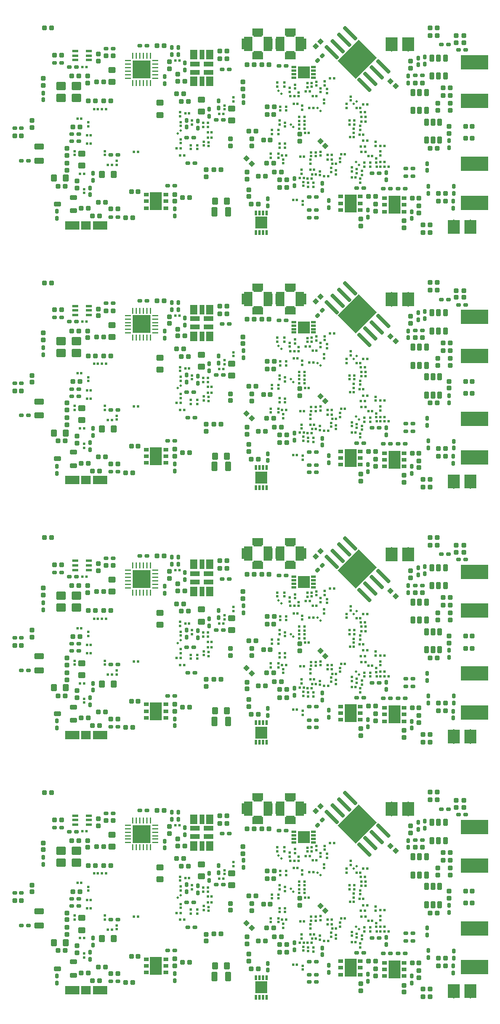
<source format=gbp>
G04*
G04 #@! TF.GenerationSoftware,Altium Limited,Altium Designer,19.1.6 (110)*
G04*
G04 Layer_Color=128*
%FSLAX44Y44*%
%MOMM*%
G71*
G01*
G75*
G04:AMPARAMS|DCode=15|XSize=0.5mm|YSize=0.6mm|CornerRadius=0.05mm|HoleSize=0mm|Usage=FLASHONLY|Rotation=270.000|XOffset=0mm|YOffset=0mm|HoleType=Round|Shape=RoundedRectangle|*
%AMROUNDEDRECTD15*
21,1,0.5000,0.5000,0,0,270.0*
21,1,0.4000,0.6000,0,0,270.0*
1,1,0.1000,-0.2500,-0.2000*
1,1,0.1000,-0.2500,0.2000*
1,1,0.1000,0.2500,0.2000*
1,1,0.1000,0.2500,-0.2000*
%
%ADD15ROUNDEDRECTD15*%
G04:AMPARAMS|DCode=16|XSize=0.6mm|YSize=1mm|CornerRadius=0.075mm|HoleSize=0mm|Usage=FLASHONLY|Rotation=270.000|XOffset=0mm|YOffset=0mm|HoleType=Round|Shape=RoundedRectangle|*
%AMROUNDEDRECTD16*
21,1,0.6000,0.8500,0,0,270.0*
21,1,0.4500,1.0000,0,0,270.0*
1,1,0.1500,-0.4250,-0.2250*
1,1,0.1500,-0.4250,0.2250*
1,1,0.1500,0.4250,0.2250*
1,1,0.1500,0.4250,-0.2250*
%
%ADD16ROUNDEDRECTD16*%
%ADD17R,0.3000X0.3500*%
G04:AMPARAMS|DCode=18|XSize=0.6mm|YSize=0.6mm|CornerRadius=0.06mm|HoleSize=0mm|Usage=FLASHONLY|Rotation=90.000|XOffset=0mm|YOffset=0mm|HoleType=Round|Shape=RoundedRectangle|*
%AMROUNDEDRECTD18*
21,1,0.6000,0.4800,0,0,90.0*
21,1,0.4800,0.6000,0,0,90.0*
1,1,0.1200,0.2400,0.2400*
1,1,0.1200,0.2400,-0.2400*
1,1,0.1200,-0.2400,-0.2400*
1,1,0.1200,-0.2400,0.2400*
%
%ADD18ROUNDEDRECTD18*%
G04:AMPARAMS|DCode=19|XSize=0.5mm|YSize=0.6mm|CornerRadius=0.05mm|HoleSize=0mm|Usage=FLASHONLY|Rotation=0.000|XOffset=0mm|YOffset=0mm|HoleType=Round|Shape=RoundedRectangle|*
%AMROUNDEDRECTD19*
21,1,0.5000,0.5000,0,0,0.0*
21,1,0.4000,0.6000,0,0,0.0*
1,1,0.1000,0.2000,-0.2500*
1,1,0.1000,-0.2000,-0.2500*
1,1,0.1000,-0.2000,0.2500*
1,1,0.1000,0.2000,0.2500*
%
%ADD19ROUNDEDRECTD19*%
G04:AMPARAMS|DCode=29|XSize=1.3mm|YSize=0.8mm|CornerRadius=0.1mm|HoleSize=0mm|Usage=FLASHONLY|Rotation=270.000|XOffset=0mm|YOffset=0mm|HoleType=Round|Shape=RoundedRectangle|*
%AMROUNDEDRECTD29*
21,1,1.3000,0.6000,0,0,270.0*
21,1,1.1000,0.8000,0,0,270.0*
1,1,0.2000,-0.3000,-0.5500*
1,1,0.2000,-0.3000,0.5500*
1,1,0.2000,0.3000,0.5500*
1,1,0.2000,0.3000,-0.5500*
%
%ADD29ROUNDEDRECTD29*%
G04:AMPARAMS|DCode=31|XSize=0.6mm|YSize=0.6mm|CornerRadius=0.06mm|HoleSize=0mm|Usage=FLASHONLY|Rotation=0.000|XOffset=0mm|YOffset=0mm|HoleType=Round|Shape=RoundedRectangle|*
%AMROUNDEDRECTD31*
21,1,0.6000,0.4800,0,0,0.0*
21,1,0.4800,0.6000,0,0,0.0*
1,1,0.1200,0.2400,-0.2400*
1,1,0.1200,-0.2400,-0.2400*
1,1,0.1200,-0.2400,0.2400*
1,1,0.1200,0.2400,0.2400*
%
%ADD31ROUNDEDRECTD31*%
G04:AMPARAMS|DCode=32|XSize=1mm|YSize=0.9mm|CornerRadius=0.1125mm|HoleSize=0mm|Usage=FLASHONLY|Rotation=180.000|XOffset=0mm|YOffset=0mm|HoleType=Round|Shape=RoundedRectangle|*
%AMROUNDEDRECTD32*
21,1,1.0000,0.6750,0,0,180.0*
21,1,0.7750,0.9000,0,0,180.0*
1,1,0.2250,-0.3875,0.3375*
1,1,0.2250,0.3875,0.3375*
1,1,0.2250,0.3875,-0.3375*
1,1,0.2250,-0.3875,-0.3375*
%
%ADD32ROUNDEDRECTD32*%
G04:AMPARAMS|DCode=35|XSize=1mm|YSize=0.9mm|CornerRadius=0.1125mm|HoleSize=0mm|Usage=FLASHONLY|Rotation=270.000|XOffset=0mm|YOffset=0mm|HoleType=Round|Shape=RoundedRectangle|*
%AMROUNDEDRECTD35*
21,1,1.0000,0.6750,0,0,270.0*
21,1,0.7750,0.9000,0,0,270.0*
1,1,0.2250,-0.3375,-0.3875*
1,1,0.2250,-0.3375,0.3875*
1,1,0.2250,0.3375,0.3875*
1,1,0.2250,0.3375,-0.3875*
%
%ADD35ROUNDEDRECTD35*%
%ADD42R,4.0000X2.0000*%
%ADD44R,0.3500X0.3000*%
%ADD45R,1.4000X1.3000*%
%ADD46R,2.0000X1.3000*%
%ADD86R,1.5500X1.0000*%
%ADD87R,1.2000X1.6000*%
%ADD88R,0.9500X1.6000*%
%ADD89R,1.2000X1.2000*%
%ADD90R,1.2000X2.1500*%
G04:AMPARAMS|DCode=91|XSize=0.6mm|YSize=0.6mm|CornerRadius=0.06mm|HoleSize=0mm|Usage=FLASHONLY|Rotation=225.000|XOffset=0mm|YOffset=0mm|HoleType=Round|Shape=RoundedRectangle|*
%AMROUNDEDRECTD91*
21,1,0.6000,0.4800,0,0,225.0*
21,1,0.4800,0.6000,0,0,225.0*
1,1,0.1200,-0.3394,0.0000*
1,1,0.1200,0.0000,0.3394*
1,1,0.1200,0.3394,0.0000*
1,1,0.1200,0.0000,-0.3394*
%
%ADD91ROUNDEDRECTD91*%
G04:AMPARAMS|DCode=92|XSize=0.55mm|YSize=2.6mm|CornerRadius=0.1375mm|HoleSize=0mm|Usage=FLASHONLY|Rotation=225.000|XOffset=0mm|YOffset=0mm|HoleType=Round|Shape=RoundedRectangle|*
%AMROUNDEDRECTD92*
21,1,0.5500,2.3250,0,0,225.0*
21,1,0.2750,2.6000,0,0,225.0*
1,1,0.2750,-0.9192,0.7248*
1,1,0.2750,-0.7248,0.9192*
1,1,0.2750,0.9192,-0.7248*
1,1,0.2750,0.7248,-0.9192*
%
%ADD92ROUNDEDRECTD92*%
G04:AMPARAMS|DCode=93|XSize=3.6mm|YSize=4.2mm|CornerRadius=0mm|HoleSize=0mm|Usage=FLASHONLY|Rotation=135.000|XOffset=0mm|YOffset=0mm|HoleType=Round|Shape=Rectangle|*
%AMROTATEDRECTD93*
4,1,4,2.7577,0.2121,-0.2121,-2.7577,-2.7577,-0.2121,0.2121,2.7577,2.7577,0.2121,0.0*
%
%ADD93ROTATEDRECTD93*%

%ADD94R,0.2000X0.4000*%
G04:AMPARAMS|DCode=95|XSize=0.5mm|YSize=0.6mm|CornerRadius=0.05mm|HoleSize=0mm|Usage=FLASHONLY|Rotation=315.000|XOffset=0mm|YOffset=0mm|HoleType=Round|Shape=RoundedRectangle|*
%AMROUNDEDRECTD95*
21,1,0.5000,0.5000,0,0,315.0*
21,1,0.4000,0.6000,0,0,315.0*
1,1,0.1000,-0.0354,-0.3182*
1,1,0.1000,-0.3182,-0.0354*
1,1,0.1000,0.0354,0.3182*
1,1,0.1000,0.3182,0.0354*
%
%ADD95ROUNDEDRECTD95*%
G04:AMPARAMS|DCode=96|XSize=0.6mm|YSize=0.6mm|CornerRadius=0.06mm|HoleSize=0mm|Usage=FLASHONLY|Rotation=135.000|XOffset=0mm|YOffset=0mm|HoleType=Round|Shape=RoundedRectangle|*
%AMROUNDEDRECTD96*
21,1,0.6000,0.4800,0,0,135.0*
21,1,0.4800,0.6000,0,0,135.0*
1,1,0.1200,0.0000,0.3394*
1,1,0.1200,0.3394,0.0000*
1,1,0.1200,0.0000,-0.3394*
1,1,0.1200,-0.3394,0.0000*
%
%ADD96ROUNDEDRECTD96*%
%ADD97R,1.7000X2.5000*%
%ADD98R,0.7000X0.5000*%
G04:AMPARAMS|DCode=99|XSize=1.3mm|YSize=0.8mm|CornerRadius=0.1mm|HoleSize=0mm|Usage=FLASHONLY|Rotation=180.000|XOffset=0mm|YOffset=0mm|HoleType=Round|Shape=RoundedRectangle|*
%AMROUNDEDRECTD99*
21,1,1.3000,0.6000,0,0,180.0*
21,1,1.1000,0.8000,0,0,180.0*
1,1,0.2000,-0.5500,0.3000*
1,1,0.2000,0.5500,0.3000*
1,1,0.2000,0.5500,-0.3000*
1,1,0.2000,-0.5500,-0.3000*
%
%ADD99ROUNDEDRECTD99*%
G04:AMPARAMS|DCode=100|XSize=0.6mm|YSize=1mm|CornerRadius=0.075mm|HoleSize=0mm|Usage=FLASHONLY|Rotation=0.000|XOffset=0mm|YOffset=0mm|HoleType=Round|Shape=RoundedRectangle|*
%AMROUNDEDRECTD100*
21,1,0.6000,0.8500,0,0,0.0*
21,1,0.4500,1.0000,0,0,0.0*
1,1,0.1500,0.2250,-0.4250*
1,1,0.1500,-0.2250,-0.4250*
1,1,0.1500,-0.2250,0.4250*
1,1,0.1500,0.2250,0.4250*
%
%ADD100ROUNDEDRECTD100*%
G04:AMPARAMS|DCode=101|XSize=0.3mm|YSize=0.35mm|CornerRadius=0mm|HoleSize=0mm|Usage=FLASHONLY|Rotation=225.000|XOffset=0mm|YOffset=0mm|HoleType=Round|Shape=Rectangle|*
%AMROTATEDRECTD101*
4,1,4,-0.0177,0.2298,0.2298,-0.0177,0.0177,-0.2298,-0.2298,0.0177,-0.0177,0.2298,0.0*
%
%ADD101ROTATEDRECTD101*%

G04:AMPARAMS|DCode=102|XSize=0.3mm|YSize=0.35mm|CornerRadius=0mm|HoleSize=0mm|Usage=FLASHONLY|Rotation=315.000|XOffset=0mm|YOffset=0mm|HoleType=Round|Shape=Rectangle|*
%AMROTATEDRECTD102*
4,1,4,-0.2298,-0.0177,0.0177,0.2298,0.2298,0.0177,-0.0177,-0.2298,-0.2298,-0.0177,0.0*
%
%ADD102ROTATEDRECTD102*%

%ADD103R,0.8500X0.4000*%
G04:AMPARAMS|DCode=106|XSize=1.4mm|YSize=1.2mm|CornerRadius=0.15mm|HoleSize=0mm|Usage=FLASHONLY|Rotation=0.000|XOffset=0mm|YOffset=0mm|HoleType=Round|Shape=RoundedRectangle|*
%AMROUNDEDRECTD106*
21,1,1.4000,0.9000,0,0,0.0*
21,1,1.1000,1.2000,0,0,0.0*
1,1,0.3000,0.5500,-0.4500*
1,1,0.3000,-0.5500,-0.4500*
1,1,0.3000,-0.5500,0.4500*
1,1,0.3000,0.5500,0.4500*
%
%ADD106ROUNDEDRECTD106*%
%ADD107R,2.5000X2.5000*%
%ADD108O,0.2500X0.9000*%
%ADD109O,0.9000X0.2500*%
%ADD110R,0.7000X1.3500*%
%ADD111R,1.3500X0.7000*%
%ADD112R,1.0000X1.3500*%
%ADD113R,1.7000X1.7000*%
%ADD114R,0.6500X0.3000*%
%ADD115R,1.7000X1.7000*%
%ADD116R,0.3000X0.6500*%
G36*
X583750Y1363725D02*
X566750D01*
Y1383225D01*
X583750D01*
Y1363725D01*
D02*
G37*
G36*
X559750D02*
X542750D01*
Y1383225D01*
X559750D01*
Y1363725D01*
D02*
G37*
G36*
X672500Y1103600D02*
X655500D01*
Y1123100D01*
X672500D01*
Y1103600D01*
D02*
G37*
G36*
X648500D02*
X631500D01*
Y1123100D01*
X648500D01*
Y1103600D01*
D02*
G37*
G36*
X583750Y1000025D02*
X566750D01*
Y1019525D01*
X583750D01*
Y1000025D01*
D02*
G37*
G36*
X559750D02*
X542750D01*
Y1019525D01*
X559750D01*
Y1000025D01*
D02*
G37*
G36*
X672500Y739900D02*
X655500D01*
Y759400D01*
X672500D01*
Y739900D01*
D02*
G37*
G36*
X648500D02*
X631500D01*
Y759400D01*
X648500D01*
Y739900D01*
D02*
G37*
G36*
X583750Y636325D02*
X566750D01*
Y655825D01*
X583750D01*
Y636325D01*
D02*
G37*
G36*
X559750D02*
X542750D01*
Y655825D01*
X559750D01*
Y636325D01*
D02*
G37*
G36*
X672500Y376200D02*
X655500D01*
Y395700D01*
X672500D01*
Y376200D01*
D02*
G37*
G36*
X648500D02*
X631500D01*
Y395700D01*
X648500D01*
Y376200D01*
D02*
G37*
G36*
X583750Y272625D02*
X566750D01*
Y292125D01*
X583750D01*
Y272625D01*
D02*
G37*
G36*
X559750D02*
X542750D01*
Y292125D01*
X559750D01*
Y272625D01*
D02*
G37*
G36*
X672500Y12500D02*
X655500D01*
Y32000D01*
X672500D01*
Y12500D01*
D02*
G37*
G36*
X648500D02*
X631500D01*
Y32000D01*
X648500D01*
Y12500D01*
D02*
G37*
D15*
X79750Y256250D02*
D03*
X69750D02*
D03*
X260000Y113250D02*
D03*
X270000D02*
D03*
X241250Y80500D02*
D03*
X231250D02*
D03*
X12500Y162750D02*
D03*
X22500D02*
D03*
X94250Y154250D02*
D03*
X104250D02*
D03*
X94250Y144250D02*
D03*
X104250D02*
D03*
X160250Y124750D02*
D03*
X150250D02*
D03*
X571647Y105000D02*
D03*
X581647D02*
D03*
X22500Y116500D02*
D03*
X32500D02*
D03*
X258750Y149500D02*
D03*
X268750D02*
D03*
X300750Y174500D02*
D03*
X310750D02*
D03*
X150250Y36250D02*
D03*
X160250Y36250D02*
D03*
X549865Y76555D02*
D03*
X539865D02*
D03*
X560865D02*
D03*
X570865D02*
D03*
X511250Y77500D02*
D03*
X501250D02*
D03*
X309500Y247000D02*
D03*
X319500D02*
D03*
X101000Y250250D02*
D03*
X91000D02*
D03*
X201750Y280250D02*
D03*
X191750D02*
D03*
X390500Y252000D02*
D03*
X400500D02*
D03*
X523250Y98750D02*
D03*
X533250D02*
D03*
X595250Y238000D02*
D03*
X585250D02*
D03*
X143000Y276500D02*
D03*
X153000D02*
D03*
X434000Y35500D02*
D03*
X444000D02*
D03*
X434000Y45750D02*
D03*
X444000D02*
D03*
X581647Y94000D02*
D03*
X571647D02*
D03*
X443918Y64667D02*
D03*
X433918D02*
D03*
X632500Y282250D02*
D03*
X622500Y282250D02*
D03*
X657000Y274500D02*
D03*
X647000D02*
D03*
X79750Y619950D02*
D03*
X69750D02*
D03*
X260000Y476950D02*
D03*
X270000D02*
D03*
X241250Y444200D02*
D03*
X231250D02*
D03*
X12500Y526450D02*
D03*
X22500D02*
D03*
X94250Y517950D02*
D03*
X104250D02*
D03*
X94250Y507950D02*
D03*
X104250D02*
D03*
X160250Y488450D02*
D03*
X150250D02*
D03*
X571647Y468700D02*
D03*
X581647D02*
D03*
X22500Y480200D02*
D03*
X32500D02*
D03*
X258750Y513200D02*
D03*
X268750D02*
D03*
X300750Y538200D02*
D03*
X310750D02*
D03*
X150250Y399950D02*
D03*
X160250Y399950D02*
D03*
X549865Y440255D02*
D03*
X539865D02*
D03*
X560865D02*
D03*
X570865D02*
D03*
X511250Y441200D02*
D03*
X501250D02*
D03*
X309500Y610700D02*
D03*
X319500D02*
D03*
X101000Y613950D02*
D03*
X91000D02*
D03*
X201750Y643950D02*
D03*
X191750D02*
D03*
X390500Y615700D02*
D03*
X400500D02*
D03*
X523250Y462450D02*
D03*
X533250D02*
D03*
X595250Y601700D02*
D03*
X585250D02*
D03*
X143000Y640200D02*
D03*
X153000D02*
D03*
X434000Y399200D02*
D03*
X444000D02*
D03*
X434000Y409450D02*
D03*
X444000D02*
D03*
X581647Y457700D02*
D03*
X571647D02*
D03*
X443918Y428367D02*
D03*
X433918D02*
D03*
X632500Y645950D02*
D03*
X622500Y645950D02*
D03*
X657000Y638200D02*
D03*
X647000D02*
D03*
X79750Y983650D02*
D03*
X69750D02*
D03*
X260000Y840650D02*
D03*
X270000D02*
D03*
X241250Y807900D02*
D03*
X231250D02*
D03*
X12500Y890150D02*
D03*
X22500D02*
D03*
X94250Y881650D02*
D03*
X104250D02*
D03*
X94250Y871650D02*
D03*
X104250D02*
D03*
X160250Y852150D02*
D03*
X150250D02*
D03*
X571647Y832400D02*
D03*
X581647D02*
D03*
X22500Y843900D02*
D03*
X32500D02*
D03*
X258750Y876900D02*
D03*
X268750D02*
D03*
X300750Y901900D02*
D03*
X310750D02*
D03*
X150250Y763650D02*
D03*
X160250Y763650D02*
D03*
X549865Y803955D02*
D03*
X539865D02*
D03*
X560865D02*
D03*
X570865D02*
D03*
X511250Y804900D02*
D03*
X501250D02*
D03*
X309500Y974400D02*
D03*
X319500D02*
D03*
X101000Y977650D02*
D03*
X91000D02*
D03*
X201750Y1007650D02*
D03*
X191750D02*
D03*
X390500Y979400D02*
D03*
X400500D02*
D03*
X523250Y826150D02*
D03*
X533250D02*
D03*
X595250Y965400D02*
D03*
X585250D02*
D03*
X143000Y1003900D02*
D03*
X153000D02*
D03*
X434000Y762900D02*
D03*
X444000D02*
D03*
X434000Y773150D02*
D03*
X444000D02*
D03*
X581647Y821400D02*
D03*
X571647D02*
D03*
X443918Y792067D02*
D03*
X433918D02*
D03*
X632500Y1009650D02*
D03*
X622500Y1009650D02*
D03*
X657000Y1001900D02*
D03*
X647000D02*
D03*
X79750Y1347350D02*
D03*
X69750D02*
D03*
X260000Y1204350D02*
D03*
X270000D02*
D03*
X241250Y1171600D02*
D03*
X231250D02*
D03*
X12500Y1253850D02*
D03*
X22500D02*
D03*
X94250Y1245350D02*
D03*
X104250D02*
D03*
X94250Y1235350D02*
D03*
X104250D02*
D03*
X160250Y1215850D02*
D03*
X150250D02*
D03*
X571647Y1196100D02*
D03*
X581647D02*
D03*
X22500Y1207600D02*
D03*
X32500D02*
D03*
X258750Y1240600D02*
D03*
X268750D02*
D03*
X300750Y1265600D02*
D03*
X310750D02*
D03*
X150250Y1127350D02*
D03*
X160250Y1127350D02*
D03*
X549865Y1167655D02*
D03*
X539865D02*
D03*
X560865D02*
D03*
X570865D02*
D03*
X511250Y1168600D02*
D03*
X501250D02*
D03*
X309500Y1338100D02*
D03*
X319500D02*
D03*
X101000Y1341350D02*
D03*
X91000D02*
D03*
X201750Y1371350D02*
D03*
X191750D02*
D03*
X390500Y1343100D02*
D03*
X400500D02*
D03*
X523250Y1189850D02*
D03*
X533250D02*
D03*
X595250Y1329100D02*
D03*
X585250D02*
D03*
X143000Y1367600D02*
D03*
X153000D02*
D03*
X434000Y1126600D02*
D03*
X444000D02*
D03*
X434000Y1136850D02*
D03*
X444000D02*
D03*
X581647Y1185100D02*
D03*
X571647D02*
D03*
X443918Y1155767D02*
D03*
X433918D02*
D03*
X632500Y1373350D02*
D03*
X622500Y1373350D02*
D03*
X657000Y1365600D02*
D03*
X647000D02*
D03*
D16*
X74000Y54750D02*
D03*
X97000Y45250D02*
D03*
Y64250D02*
D03*
X74000Y418450D02*
D03*
X97000Y408950D02*
D03*
Y427950D02*
D03*
X74000Y782150D02*
D03*
X97000Y772650D02*
D03*
Y791650D02*
D03*
X74000Y1145850D02*
D03*
X97000Y1136350D02*
D03*
Y1155350D02*
D03*
D17*
X256450Y183750D02*
D03*
X262050D02*
D03*
X121450Y152850D02*
D03*
X115850D02*
D03*
X121450Y140850D02*
D03*
X115850D02*
D03*
X111800Y98000D02*
D03*
X106200D02*
D03*
X288730Y157350D02*
D03*
X294330D02*
D03*
X249450Y124250D02*
D03*
X255050D02*
D03*
X288700Y149250D02*
D03*
X294300D02*
D03*
X243950Y134250D02*
D03*
X249550D02*
D03*
X310800Y183000D02*
D03*
X305200D02*
D03*
X131550Y190250D02*
D03*
X125950D02*
D03*
X183150Y129250D02*
D03*
X188750D02*
D03*
X142800Y190250D02*
D03*
X137200D02*
D03*
X434950Y103500D02*
D03*
X440550D02*
D03*
X410450Y60250D02*
D03*
X416050D02*
D03*
X494450Y92750D02*
D03*
X500050D02*
D03*
X465550Y124500D02*
D03*
X459950D02*
D03*
X466250Y111750D02*
D03*
X471850D02*
D03*
X431450Y91250D02*
D03*
X437050D02*
D03*
X460200Y118000D02*
D03*
X465800D02*
D03*
X460800Y94500D02*
D03*
X455200D02*
D03*
X479150Y126000D02*
D03*
X484750D02*
D03*
X541200Y108000D02*
D03*
X546800D02*
D03*
X535550D02*
D03*
X529950D02*
D03*
X497250Y150000D02*
D03*
X491650D02*
D03*
X510950Y197250D02*
D03*
X516550D02*
D03*
X463450Y233750D02*
D03*
X469050D02*
D03*
X535450Y137750D02*
D03*
X541050D02*
D03*
X439300Y192000D02*
D03*
X433700D02*
D03*
X508200Y179000D02*
D03*
X513800D02*
D03*
X501080Y191420D02*
D03*
X506680D02*
D03*
X513800Y172500D02*
D03*
X508200D02*
D03*
X115300Y250500D02*
D03*
X109700D02*
D03*
X145700Y110500D02*
D03*
X151300D02*
D03*
X108050Y176750D02*
D03*
X102450D02*
D03*
X507700Y185500D02*
D03*
X513300D02*
D03*
X400500Y124414D02*
D03*
X394900D02*
D03*
X412260Y208414D02*
D03*
X406660D02*
D03*
X427461Y155964D02*
D03*
X433060D02*
D03*
X444000Y209027D02*
D03*
X438400D02*
D03*
X434550Y215500D02*
D03*
X428950D02*
D03*
X511050Y154000D02*
D03*
X505450D02*
D03*
X516540Y145090D02*
D03*
X510940D02*
D03*
X507210Y136964D02*
D03*
X512810D02*
D03*
X508230Y128780D02*
D03*
X513830D02*
D03*
X541050Y114500D02*
D03*
X535450D02*
D03*
X443300Y97250D02*
D03*
X437700D02*
D03*
X426060Y91964D02*
D03*
X420460D02*
D03*
X248050Y259250D02*
D03*
X242450D02*
D03*
X523550Y123000D02*
D03*
X517950D02*
D03*
X411450Y198000D02*
D03*
X417050D02*
D03*
X420700Y122500D02*
D03*
X426300D02*
D03*
X256450Y547450D02*
D03*
X262050D02*
D03*
X121450Y516550D02*
D03*
X115850D02*
D03*
X121450Y504550D02*
D03*
X115850D02*
D03*
X111800Y461700D02*
D03*
X106200D02*
D03*
X288730Y521050D02*
D03*
X294330D02*
D03*
X249450Y487950D02*
D03*
X255050D02*
D03*
X288700Y512950D02*
D03*
X294300D02*
D03*
X243950Y497950D02*
D03*
X249550D02*
D03*
X310800Y546700D02*
D03*
X305200D02*
D03*
X131550Y553950D02*
D03*
X125950D02*
D03*
X183150Y492950D02*
D03*
X188750D02*
D03*
X142800Y553950D02*
D03*
X137200D02*
D03*
X434950Y467200D02*
D03*
X440550D02*
D03*
X410450Y423950D02*
D03*
X416050D02*
D03*
X494450Y456450D02*
D03*
X500050D02*
D03*
X465550Y488200D02*
D03*
X459950D02*
D03*
X466250Y475450D02*
D03*
X471850D02*
D03*
X431450Y454950D02*
D03*
X437050D02*
D03*
X460200Y481700D02*
D03*
X465800D02*
D03*
X460800Y458200D02*
D03*
X455200D02*
D03*
X479150Y489700D02*
D03*
X484750D02*
D03*
X541200Y471700D02*
D03*
X546800D02*
D03*
X535550D02*
D03*
X529950D02*
D03*
X497250Y513700D02*
D03*
X491650D02*
D03*
X510950Y560950D02*
D03*
X516550D02*
D03*
X463450Y597450D02*
D03*
X469050D02*
D03*
X535450Y501450D02*
D03*
X541050D02*
D03*
X439300Y555700D02*
D03*
X433700D02*
D03*
X508200Y542700D02*
D03*
X513800D02*
D03*
X501080Y555120D02*
D03*
X506680D02*
D03*
X513800Y536200D02*
D03*
X508200D02*
D03*
X115300Y614200D02*
D03*
X109700D02*
D03*
X145700Y474200D02*
D03*
X151300D02*
D03*
X108050Y540450D02*
D03*
X102450D02*
D03*
X507700Y549200D02*
D03*
X513300D02*
D03*
X400500Y488114D02*
D03*
X394900D02*
D03*
X412260Y572114D02*
D03*
X406660D02*
D03*
X427461Y519664D02*
D03*
X433060D02*
D03*
X444000Y572727D02*
D03*
X438400D02*
D03*
X434550Y579200D02*
D03*
X428950D02*
D03*
X511050Y517700D02*
D03*
X505450D02*
D03*
X516540Y508790D02*
D03*
X510940D02*
D03*
X507210Y500664D02*
D03*
X512810D02*
D03*
X508230Y492480D02*
D03*
X513830D02*
D03*
X541050Y478200D02*
D03*
X535450D02*
D03*
X443300Y460950D02*
D03*
X437700D02*
D03*
X426060Y455664D02*
D03*
X420460D02*
D03*
X248050Y622950D02*
D03*
X242450D02*
D03*
X523550Y486700D02*
D03*
X517950D02*
D03*
X411450Y561700D02*
D03*
X417050D02*
D03*
X420700Y486200D02*
D03*
X426300D02*
D03*
X256450Y911150D02*
D03*
X262050D02*
D03*
X121450Y880250D02*
D03*
X115850D02*
D03*
X121450Y868250D02*
D03*
X115850D02*
D03*
X111800Y825400D02*
D03*
X106200D02*
D03*
X288730Y884750D02*
D03*
X294330D02*
D03*
X249450Y851650D02*
D03*
X255050D02*
D03*
X288700Y876650D02*
D03*
X294300D02*
D03*
X243950Y861650D02*
D03*
X249550D02*
D03*
X310800Y910400D02*
D03*
X305200D02*
D03*
X131550Y917650D02*
D03*
X125950D02*
D03*
X183150Y856650D02*
D03*
X188750D02*
D03*
X142800Y917650D02*
D03*
X137200D02*
D03*
X434950Y830900D02*
D03*
X440550D02*
D03*
X410450Y787650D02*
D03*
X416050D02*
D03*
X494450Y820150D02*
D03*
X500050D02*
D03*
X465550Y851900D02*
D03*
X459950D02*
D03*
X466250Y839150D02*
D03*
X471850D02*
D03*
X431450Y818650D02*
D03*
X437050D02*
D03*
X460200Y845400D02*
D03*
X465800D02*
D03*
X460800Y821900D02*
D03*
X455200D02*
D03*
X479150Y853400D02*
D03*
X484750D02*
D03*
X541200Y835400D02*
D03*
X546800D02*
D03*
X535550D02*
D03*
X529950D02*
D03*
X497250Y877400D02*
D03*
X491650D02*
D03*
X510950Y924650D02*
D03*
X516550D02*
D03*
X463450Y961150D02*
D03*
X469050D02*
D03*
X535450Y865150D02*
D03*
X541050D02*
D03*
X439300Y919400D02*
D03*
X433700D02*
D03*
X508200Y906400D02*
D03*
X513800D02*
D03*
X501080Y918820D02*
D03*
X506680D02*
D03*
X513800Y899900D02*
D03*
X508200D02*
D03*
X115300Y977900D02*
D03*
X109700D02*
D03*
X145700Y837900D02*
D03*
X151300D02*
D03*
X108050Y904150D02*
D03*
X102450D02*
D03*
X507700Y912900D02*
D03*
X513300D02*
D03*
X400500Y851814D02*
D03*
X394900D02*
D03*
X412260Y935814D02*
D03*
X406660D02*
D03*
X427461Y883364D02*
D03*
X433060D02*
D03*
X444000Y936427D02*
D03*
X438400D02*
D03*
X434550Y942900D02*
D03*
X428950D02*
D03*
X511050Y881400D02*
D03*
X505450D02*
D03*
X516540Y872490D02*
D03*
X510940D02*
D03*
X507210Y864364D02*
D03*
X512810D02*
D03*
X508230Y856180D02*
D03*
X513830D02*
D03*
X541050Y841900D02*
D03*
X535450D02*
D03*
X443300Y824650D02*
D03*
X437700D02*
D03*
X426060Y819364D02*
D03*
X420460D02*
D03*
X248050Y986650D02*
D03*
X242450D02*
D03*
X523550Y850400D02*
D03*
X517950D02*
D03*
X411450Y925400D02*
D03*
X417050D02*
D03*
X420700Y849900D02*
D03*
X426300D02*
D03*
X256450Y1274850D02*
D03*
X262050D02*
D03*
X121450Y1243950D02*
D03*
X115850D02*
D03*
X121450Y1231950D02*
D03*
X115850D02*
D03*
X111800Y1189100D02*
D03*
X106200D02*
D03*
X288730Y1248450D02*
D03*
X294330D02*
D03*
X249450Y1215350D02*
D03*
X255050D02*
D03*
X288700Y1240350D02*
D03*
X294300D02*
D03*
X243950Y1225350D02*
D03*
X249550D02*
D03*
X310800Y1274100D02*
D03*
X305200D02*
D03*
X131550Y1281350D02*
D03*
X125950D02*
D03*
X183150Y1220350D02*
D03*
X188750D02*
D03*
X142800Y1281350D02*
D03*
X137200D02*
D03*
X434950Y1194600D02*
D03*
X440550D02*
D03*
X410450Y1151350D02*
D03*
X416050D02*
D03*
X494450Y1183850D02*
D03*
X500050D02*
D03*
X465550Y1215600D02*
D03*
X459950D02*
D03*
X466250Y1202850D02*
D03*
X471850D02*
D03*
X431450Y1182350D02*
D03*
X437050D02*
D03*
X460200Y1209100D02*
D03*
X465800D02*
D03*
X460800Y1185600D02*
D03*
X455200D02*
D03*
X479150Y1217100D02*
D03*
X484750D02*
D03*
X541200Y1199100D02*
D03*
X546800D02*
D03*
X535550D02*
D03*
X529950D02*
D03*
X497250Y1241100D02*
D03*
X491650D02*
D03*
X510950Y1288350D02*
D03*
X516550D02*
D03*
X463450Y1324850D02*
D03*
X469050D02*
D03*
X535450Y1228850D02*
D03*
X541050D02*
D03*
X439300Y1283100D02*
D03*
X433700D02*
D03*
X508200Y1270100D02*
D03*
X513800D02*
D03*
X501080Y1282520D02*
D03*
X506680D02*
D03*
X513800Y1263600D02*
D03*
X508200D02*
D03*
X115300Y1341600D02*
D03*
X109700D02*
D03*
X145700Y1201600D02*
D03*
X151300D02*
D03*
X108050Y1267850D02*
D03*
X102450D02*
D03*
X507700Y1276600D02*
D03*
X513300D02*
D03*
X400500Y1215514D02*
D03*
X394900D02*
D03*
X412260Y1299514D02*
D03*
X406660D02*
D03*
X427461Y1247064D02*
D03*
X433060D02*
D03*
X444000Y1300127D02*
D03*
X438400D02*
D03*
X434550Y1306600D02*
D03*
X428950D02*
D03*
X511050Y1245100D02*
D03*
X505450D02*
D03*
X516540Y1236190D02*
D03*
X510940D02*
D03*
X507210Y1228064D02*
D03*
X512810D02*
D03*
X508230Y1219880D02*
D03*
X513830D02*
D03*
X541050Y1205600D02*
D03*
X535450D02*
D03*
X443300Y1188351D02*
D03*
X437700D02*
D03*
X426060Y1183064D02*
D03*
X420460D02*
D03*
X248050Y1350350D02*
D03*
X242450D02*
D03*
X523550Y1214100D02*
D03*
X517950D02*
D03*
X411450Y1289100D02*
D03*
X417050D02*
D03*
X420700Y1213600D02*
D03*
X426300D02*
D03*
D18*
X244250Y211750D02*
D03*
X254250D02*
D03*
X251000Y201000D02*
D03*
X261000D02*
D03*
X606750Y295250D02*
D03*
X616750D02*
D03*
X262250Y63750D02*
D03*
X252250D02*
D03*
X22525Y151705D02*
D03*
X12525D02*
D03*
X139500Y228750D02*
D03*
X129500D02*
D03*
X189250Y72500D02*
D03*
X179250D02*
D03*
X132500Y57250D02*
D03*
X142500D02*
D03*
X606500Y25250D02*
D03*
X596500D02*
D03*
X606500Y14250D02*
D03*
X596500D02*
D03*
X150250Y47500D02*
D03*
X160250D02*
D03*
X635000Y220250D02*
D03*
X625000D02*
D03*
X181250Y35000D02*
D03*
X171250D02*
D03*
X590615Y63055D02*
D03*
X580615D02*
D03*
X528115Y65305D02*
D03*
X518115D02*
D03*
X255750Y230000D02*
D03*
X245750D02*
D03*
X74500Y80250D02*
D03*
X84500D02*
D03*
X124000Y37500D02*
D03*
X134000D02*
D03*
X108000Y48500D02*
D03*
X118000D02*
D03*
X616750Y134250D02*
D03*
X606750D02*
D03*
X595250Y227500D02*
D03*
X585250Y227500D02*
D03*
X635000Y209250D02*
D03*
X625000D02*
D03*
X656750Y165250D02*
D03*
X666750D02*
D03*
X656750Y148225D02*
D03*
X666750Y148225D02*
D03*
X297500Y104000D02*
D03*
X307500D02*
D03*
X347214Y158600D02*
D03*
X357214D02*
D03*
X365750Y253750D02*
D03*
X375750D02*
D03*
X344750D02*
D03*
X354750D02*
D03*
X360500Y54250D02*
D03*
X350500D02*
D03*
X118000Y201750D02*
D03*
X128000D02*
D03*
X149750D02*
D03*
X139750D02*
D03*
X96000Y164750D02*
D03*
X106000D02*
D03*
X79750Y267250D02*
D03*
X69750D02*
D03*
X104250Y237500D02*
D03*
X94250D02*
D03*
X216250Y280250D02*
D03*
X226250D02*
D03*
X606750Y306250D02*
D03*
X616750D02*
D03*
X368010Y146214D02*
D03*
X378010D02*
D03*
X373260Y193714D02*
D03*
X383260D02*
D03*
X373223Y182750D02*
D03*
X383223D02*
D03*
X373000Y112777D02*
D03*
X383000D02*
D03*
X371000Y94277D02*
D03*
X361000D02*
D03*
X401500Y89027D02*
D03*
X391500D02*
D03*
X393500Y100027D02*
D03*
X383500D02*
D03*
X401510Y77964D02*
D03*
X391510D02*
D03*
X306000Y261750D02*
D03*
X316000D02*
D03*
X305944Y272913D02*
D03*
X315944D02*
D03*
X143000Y266000D02*
D03*
X153000D02*
D03*
X65000Y305750D02*
D03*
X55000D02*
D03*
X618000Y58780D02*
D03*
X628000D02*
D03*
X618000Y69750D02*
D03*
X628000D02*
D03*
X244250Y575450D02*
D03*
X254250D02*
D03*
X251000Y564700D02*
D03*
X261000D02*
D03*
X606750Y658950D02*
D03*
X616750D02*
D03*
X262250Y427450D02*
D03*
X252250D02*
D03*
X22525Y515405D02*
D03*
X12525D02*
D03*
X139500Y592450D02*
D03*
X129500D02*
D03*
X189250Y436200D02*
D03*
X179250D02*
D03*
X132500Y420950D02*
D03*
X142500D02*
D03*
X606500Y388950D02*
D03*
X596500D02*
D03*
X606500Y377950D02*
D03*
X596500D02*
D03*
X150250Y411200D02*
D03*
X160250D02*
D03*
X635000Y583950D02*
D03*
X625000D02*
D03*
X181250Y398700D02*
D03*
X171250D02*
D03*
X590615Y426755D02*
D03*
X580615D02*
D03*
X528115Y429005D02*
D03*
X518115D02*
D03*
X255750Y593700D02*
D03*
X245750D02*
D03*
X74500Y443950D02*
D03*
X84500D02*
D03*
X124000Y401200D02*
D03*
X134000D02*
D03*
X108000Y412200D02*
D03*
X118000D02*
D03*
X616750Y497950D02*
D03*
X606750D02*
D03*
X595250Y591200D02*
D03*
X585250Y591200D02*
D03*
X635000Y572950D02*
D03*
X625000D02*
D03*
X656750Y528950D02*
D03*
X666750D02*
D03*
X656750Y511925D02*
D03*
X666750Y511925D02*
D03*
X297500Y467700D02*
D03*
X307500D02*
D03*
X347214Y522300D02*
D03*
X357214D02*
D03*
X365750Y617450D02*
D03*
X375750D02*
D03*
X344750D02*
D03*
X354750D02*
D03*
X360500Y417950D02*
D03*
X350500D02*
D03*
X118000Y565450D02*
D03*
X128000D02*
D03*
X149750D02*
D03*
X139750D02*
D03*
X96000Y528450D02*
D03*
X106000D02*
D03*
X79750Y630950D02*
D03*
X69750D02*
D03*
X104250Y601200D02*
D03*
X94250D02*
D03*
X216250Y643950D02*
D03*
X226250D02*
D03*
X606750Y669950D02*
D03*
X616750D02*
D03*
X368010Y509914D02*
D03*
X378010D02*
D03*
X373260Y557414D02*
D03*
X383260D02*
D03*
X373223Y546450D02*
D03*
X383223D02*
D03*
X373000Y476477D02*
D03*
X383000D02*
D03*
X371000Y457977D02*
D03*
X361000D02*
D03*
X401500Y452727D02*
D03*
X391500D02*
D03*
X393500Y463727D02*
D03*
X383500D02*
D03*
X401510Y441664D02*
D03*
X391510D02*
D03*
X306000Y625450D02*
D03*
X316000D02*
D03*
X305944Y636613D02*
D03*
X315944D02*
D03*
X143000Y629700D02*
D03*
X153000D02*
D03*
X65000Y669450D02*
D03*
X55000D02*
D03*
X618000Y422480D02*
D03*
X628000D02*
D03*
X618000Y433450D02*
D03*
X628000D02*
D03*
X244250Y939150D02*
D03*
X254250D02*
D03*
X251000Y928400D02*
D03*
X261000D02*
D03*
X606750Y1022650D02*
D03*
X616750D02*
D03*
X262250Y791150D02*
D03*
X252250D02*
D03*
X22525Y879105D02*
D03*
X12525D02*
D03*
X139500Y956150D02*
D03*
X129500D02*
D03*
X189250Y799900D02*
D03*
X179250D02*
D03*
X132500Y784650D02*
D03*
X142500D02*
D03*
X606500Y752650D02*
D03*
X596500D02*
D03*
X606500Y741650D02*
D03*
X596500D02*
D03*
X150250Y774900D02*
D03*
X160250D02*
D03*
X635000Y947650D02*
D03*
X625000D02*
D03*
X181250Y762400D02*
D03*
X171250D02*
D03*
X590615Y790455D02*
D03*
X580615D02*
D03*
X528115Y792705D02*
D03*
X518115D02*
D03*
X255750Y957400D02*
D03*
X245750D02*
D03*
X74500Y807650D02*
D03*
X84500D02*
D03*
X124000Y764900D02*
D03*
X134000D02*
D03*
X108000Y775900D02*
D03*
X118000D02*
D03*
X616750Y861650D02*
D03*
X606750D02*
D03*
X595250Y954900D02*
D03*
X585250Y954900D02*
D03*
X635000Y936650D02*
D03*
X625000D02*
D03*
X656750Y892650D02*
D03*
X666750D02*
D03*
X656750Y875625D02*
D03*
X666750Y875625D02*
D03*
X297500Y831400D02*
D03*
X307500D02*
D03*
X347214Y886000D02*
D03*
X357214D02*
D03*
X365750Y981150D02*
D03*
X375750D02*
D03*
X344750D02*
D03*
X354750D02*
D03*
X360500Y781650D02*
D03*
X350500D02*
D03*
X118000Y929150D02*
D03*
X128000D02*
D03*
X149750D02*
D03*
X139750D02*
D03*
X96000Y892150D02*
D03*
X106000D02*
D03*
X79750Y994650D02*
D03*
X69750D02*
D03*
X104250Y964900D02*
D03*
X94250D02*
D03*
X216250Y1007650D02*
D03*
X226250D02*
D03*
X606750Y1033650D02*
D03*
X616750D02*
D03*
X368010Y873614D02*
D03*
X378010D02*
D03*
X373260Y921114D02*
D03*
X383260D02*
D03*
X373223Y910150D02*
D03*
X383223D02*
D03*
X373000Y840177D02*
D03*
X383000D02*
D03*
X371000Y821677D02*
D03*
X361000D02*
D03*
X401500Y816427D02*
D03*
X391500D02*
D03*
X393500Y827427D02*
D03*
X383500D02*
D03*
X401510Y805364D02*
D03*
X391510D02*
D03*
X306000Y989150D02*
D03*
X316000D02*
D03*
X305944Y1000313D02*
D03*
X315944D02*
D03*
X143000Y993400D02*
D03*
X153000D02*
D03*
X65000Y1033150D02*
D03*
X55000D02*
D03*
X618000Y786180D02*
D03*
X628000D02*
D03*
X618000Y797150D02*
D03*
X628000D02*
D03*
X244250Y1302850D02*
D03*
X254250D02*
D03*
X251000Y1292100D02*
D03*
X261000D02*
D03*
X606750Y1386350D02*
D03*
X616750D02*
D03*
X262250Y1154850D02*
D03*
X252250D02*
D03*
X22525Y1242805D02*
D03*
X12525D02*
D03*
X139500Y1319850D02*
D03*
X129500D02*
D03*
X189250Y1163600D02*
D03*
X179250D02*
D03*
X132500Y1148350D02*
D03*
X142500D02*
D03*
X606500Y1116350D02*
D03*
X596500D02*
D03*
X606500Y1105350D02*
D03*
X596500D02*
D03*
X150250Y1138600D02*
D03*
X160250D02*
D03*
X635000Y1311350D02*
D03*
X625000D02*
D03*
X181250Y1126100D02*
D03*
X171250D02*
D03*
X590615Y1154155D02*
D03*
X580615D02*
D03*
X528115Y1156405D02*
D03*
X518115D02*
D03*
X255750Y1321100D02*
D03*
X245750D02*
D03*
X74500Y1171350D02*
D03*
X84500D02*
D03*
X124000Y1128600D02*
D03*
X134000D02*
D03*
X108000Y1139600D02*
D03*
X118000D02*
D03*
X616750Y1225350D02*
D03*
X606750D02*
D03*
X595250Y1318600D02*
D03*
X585250Y1318600D02*
D03*
X635000Y1300350D02*
D03*
X625000D02*
D03*
X656750Y1256350D02*
D03*
X666750D02*
D03*
X656750Y1239325D02*
D03*
X666750Y1239325D02*
D03*
X297500Y1195100D02*
D03*
X307500D02*
D03*
X347214Y1249700D02*
D03*
X357214D02*
D03*
X365750Y1344850D02*
D03*
X375750D02*
D03*
X344750D02*
D03*
X354750D02*
D03*
X360500Y1145350D02*
D03*
X350500D02*
D03*
X118000Y1292850D02*
D03*
X128000D02*
D03*
X149750D02*
D03*
X139750D02*
D03*
X96000Y1255850D02*
D03*
X106000D02*
D03*
X79750Y1358350D02*
D03*
X69750D02*
D03*
X104250Y1328600D02*
D03*
X94250D02*
D03*
X216250Y1371350D02*
D03*
X226250D02*
D03*
X606750Y1397350D02*
D03*
X616750D02*
D03*
X368010Y1237314D02*
D03*
X378010D02*
D03*
X373260Y1284814D02*
D03*
X383260D02*
D03*
X373223Y1273850D02*
D03*
X383223D02*
D03*
X373000Y1203877D02*
D03*
X383000D02*
D03*
X371000Y1185377D02*
D03*
X361000D02*
D03*
X401500Y1180127D02*
D03*
X391500D02*
D03*
X393500Y1191127D02*
D03*
X383500D02*
D03*
X401510Y1169064D02*
D03*
X391510D02*
D03*
X306000Y1352850D02*
D03*
X316000D02*
D03*
X305944Y1364014D02*
D03*
X315944D02*
D03*
X143000Y1357100D02*
D03*
X153000D02*
D03*
X65000Y1396850D02*
D03*
X55000D02*
D03*
X618000Y1149880D02*
D03*
X628000D02*
D03*
X618000Y1160850D02*
D03*
X628000D02*
D03*
D19*
X304500Y201750D02*
D03*
Y191750D02*
D03*
X241250Y47500D02*
D03*
Y37500D02*
D03*
X120250Y67750D02*
D03*
Y77750D02*
D03*
X451918Y84250D02*
D03*
Y74250D02*
D03*
X603750Y70250D02*
D03*
Y80250D02*
D03*
X602250Y112500D02*
D03*
Y102500D02*
D03*
X274250Y163000D02*
D03*
Y173000D02*
D03*
X258000Y174250D02*
D03*
Y164250D02*
D03*
X290250Y180250D02*
D03*
Y190250D02*
D03*
X580060Y34000D02*
D03*
Y44000D02*
D03*
X461500Y49500D02*
D03*
Y59500D02*
D03*
X517615Y36305D02*
D03*
Y46305D02*
D03*
X574750Y237500D02*
D03*
Y227500D02*
D03*
X589000Y253250D02*
D03*
Y263250D02*
D03*
X633500Y135000D02*
D03*
Y145000D02*
D03*
X73250Y44250D02*
D03*
Y34250D02*
D03*
X53750Y213250D02*
D03*
Y203250D02*
D03*
X339250Y209000D02*
D03*
Y199000D02*
D03*
X374500Y62250D02*
D03*
Y52250D02*
D03*
X227000Y226750D02*
D03*
Y236750D02*
D03*
X640000Y80000D02*
D03*
Y70000D02*
D03*
X412750Y81250D02*
D03*
X412750Y91250D02*
D03*
X256000Y256000D02*
D03*
Y246000D02*
D03*
X246500Y268000D02*
D03*
Y278000D02*
D03*
X237250Y268000D02*
D03*
Y278000D02*
D03*
X599000Y264750D02*
D03*
Y254750D02*
D03*
X543819Y89319D02*
D03*
Y99319D02*
D03*
X639750Y48500D02*
D03*
Y58500D02*
D03*
X125000Y88250D02*
D03*
Y98250D02*
D03*
X304500Y565450D02*
D03*
Y555450D02*
D03*
X241250Y411200D02*
D03*
Y401200D02*
D03*
X120250Y431450D02*
D03*
Y441450D02*
D03*
X451918Y447950D02*
D03*
Y437950D02*
D03*
X603750Y433950D02*
D03*
Y443950D02*
D03*
X602250Y476200D02*
D03*
Y466200D02*
D03*
X274250Y526700D02*
D03*
Y536700D02*
D03*
X258000Y537950D02*
D03*
Y527950D02*
D03*
X290250Y543950D02*
D03*
Y553950D02*
D03*
X580060Y397700D02*
D03*
Y407700D02*
D03*
X461500Y413200D02*
D03*
Y423200D02*
D03*
X517615Y400005D02*
D03*
Y410005D02*
D03*
X574750Y601200D02*
D03*
Y591200D02*
D03*
X589000Y616950D02*
D03*
Y626950D02*
D03*
X633500Y498700D02*
D03*
Y508700D02*
D03*
X73250Y407950D02*
D03*
Y397950D02*
D03*
X53750Y576950D02*
D03*
Y566950D02*
D03*
X339250Y572700D02*
D03*
Y562700D02*
D03*
X374500Y425950D02*
D03*
Y415950D02*
D03*
X227000Y590450D02*
D03*
Y600450D02*
D03*
X640000Y443700D02*
D03*
Y433700D02*
D03*
X412750Y444950D02*
D03*
X412750Y454950D02*
D03*
X256000Y619700D02*
D03*
Y609700D02*
D03*
X246500Y631700D02*
D03*
Y641700D02*
D03*
X237250Y631700D02*
D03*
Y641700D02*
D03*
X599000Y628450D02*
D03*
Y618450D02*
D03*
X543819Y453019D02*
D03*
Y463019D02*
D03*
X639750Y412200D02*
D03*
Y422200D02*
D03*
X125000Y451950D02*
D03*
Y461950D02*
D03*
X304500Y929150D02*
D03*
Y919150D02*
D03*
X241250Y774900D02*
D03*
Y764900D02*
D03*
X120250Y795150D02*
D03*
Y805150D02*
D03*
X451918Y811650D02*
D03*
Y801650D02*
D03*
X603750Y797650D02*
D03*
Y807650D02*
D03*
X602250Y839900D02*
D03*
Y829900D02*
D03*
X274250Y890400D02*
D03*
Y900400D02*
D03*
X258000Y901650D02*
D03*
Y891650D02*
D03*
X290250Y907650D02*
D03*
Y917650D02*
D03*
X580060Y761400D02*
D03*
Y771400D02*
D03*
X461500Y776900D02*
D03*
Y786900D02*
D03*
X517615Y763705D02*
D03*
Y773705D02*
D03*
X574750Y964900D02*
D03*
Y954900D02*
D03*
X589000Y980650D02*
D03*
Y990650D02*
D03*
X633500Y862400D02*
D03*
Y872400D02*
D03*
X73250Y771650D02*
D03*
Y761650D02*
D03*
X53750Y940650D02*
D03*
Y930650D02*
D03*
X339250Y936400D02*
D03*
Y926400D02*
D03*
X374500Y789650D02*
D03*
Y779650D02*
D03*
X227000Y954150D02*
D03*
Y964150D02*
D03*
X640000Y807400D02*
D03*
Y797400D02*
D03*
X412750Y808650D02*
D03*
X412750Y818650D02*
D03*
X256000Y983400D02*
D03*
Y973400D02*
D03*
X246500Y995400D02*
D03*
Y1005400D02*
D03*
X237250Y995400D02*
D03*
Y1005400D02*
D03*
X599000Y992150D02*
D03*
Y982150D02*
D03*
X543819Y816719D02*
D03*
Y826719D02*
D03*
X639750Y775900D02*
D03*
Y785900D02*
D03*
X125000Y815650D02*
D03*
Y825650D02*
D03*
X304500Y1292850D02*
D03*
Y1282850D02*
D03*
X241250Y1138600D02*
D03*
Y1128600D02*
D03*
X120250Y1158850D02*
D03*
Y1168850D02*
D03*
X451918Y1175350D02*
D03*
Y1165350D02*
D03*
X603750Y1161350D02*
D03*
Y1171350D02*
D03*
X602250Y1203600D02*
D03*
Y1193600D02*
D03*
X274250Y1254100D02*
D03*
Y1264100D02*
D03*
X258000Y1265350D02*
D03*
Y1255350D02*
D03*
X290250Y1271350D02*
D03*
Y1281350D02*
D03*
X580060Y1125100D02*
D03*
Y1135100D02*
D03*
X461500Y1140600D02*
D03*
Y1150600D02*
D03*
X517615Y1127405D02*
D03*
Y1137405D02*
D03*
X574750Y1328600D02*
D03*
Y1318600D02*
D03*
X589000Y1344350D02*
D03*
Y1354350D02*
D03*
X633500Y1226100D02*
D03*
Y1236100D02*
D03*
X73250Y1135350D02*
D03*
Y1125350D02*
D03*
X53750Y1304350D02*
D03*
Y1294350D02*
D03*
X339250Y1300100D02*
D03*
Y1290100D02*
D03*
X374500Y1153350D02*
D03*
Y1143350D02*
D03*
X227000Y1317850D02*
D03*
Y1327850D02*
D03*
X640000Y1171100D02*
D03*
Y1161100D02*
D03*
X412750Y1172350D02*
D03*
X412750Y1182350D02*
D03*
X256000Y1347100D02*
D03*
Y1337100D02*
D03*
X246500Y1359100D02*
D03*
Y1369100D02*
D03*
X237250Y1359100D02*
D03*
Y1369100D02*
D03*
X599000Y1355850D02*
D03*
Y1345850D02*
D03*
X543819Y1180419D02*
D03*
Y1190419D02*
D03*
X639750Y1139600D02*
D03*
Y1149600D02*
D03*
X125000Y1179350D02*
D03*
Y1189350D02*
D03*
D29*
X297750Y43750D02*
D03*
X317750D02*
D03*
X297750Y407450D02*
D03*
X317750D02*
D03*
X297750Y771150D02*
D03*
X317750D02*
D03*
X297750Y1134850D02*
D03*
X317750D02*
D03*
D31*
X132000Y258750D02*
D03*
Y268750D02*
D03*
X37750Y174000D02*
D03*
Y164000D02*
D03*
X102000Y77500D02*
D03*
Y87500D02*
D03*
X241250Y58500D02*
D03*
Y68500D02*
D03*
X286349Y93851D02*
D03*
Y103851D02*
D03*
X590500Y42000D02*
D03*
Y52000D02*
D03*
X528115Y44305D02*
D03*
Y54305D02*
D03*
X569365Y21055D02*
D03*
Y31055D02*
D03*
X506865Y23305D02*
D03*
Y33305D02*
D03*
X245885Y240025D02*
D03*
Y230025D02*
D03*
X617250Y198250D02*
D03*
Y188250D02*
D03*
X633500Y165500D02*
D03*
Y155500D02*
D03*
X635000Y188250D02*
D03*
Y198250D02*
D03*
X578500Y258500D02*
D03*
Y248500D02*
D03*
X87750Y124250D02*
D03*
Y134250D02*
D03*
Y103250D02*
D03*
Y113250D02*
D03*
X320750Y137750D02*
D03*
Y147750D02*
D03*
X351750Y147500D02*
D03*
Y137500D02*
D03*
X339000Y219000D02*
D03*
Y229000D02*
D03*
X347500Y75250D02*
D03*
Y65250D02*
D03*
X53750Y234250D02*
D03*
Y224250D02*
D03*
X117001Y237499D02*
D03*
Y227499D02*
D03*
X419760Y144714D02*
D03*
Y154714D02*
D03*
X233750Y257750D02*
D03*
Y247750D02*
D03*
X654500Y295000D02*
D03*
Y285000D02*
D03*
X643500Y295000D02*
D03*
Y285000D02*
D03*
X344750Y100000D02*
D03*
Y90000D02*
D03*
X132000Y622450D02*
D03*
Y632450D02*
D03*
X37750Y537700D02*
D03*
Y527700D02*
D03*
X102000Y441200D02*
D03*
Y451200D02*
D03*
X241250Y422200D02*
D03*
Y432200D02*
D03*
X286349Y457551D02*
D03*
Y467551D02*
D03*
X590500Y405700D02*
D03*
Y415700D02*
D03*
X528115Y408005D02*
D03*
Y418005D02*
D03*
X569365Y384755D02*
D03*
Y394755D02*
D03*
X506865Y387005D02*
D03*
Y397005D02*
D03*
X245885Y603725D02*
D03*
Y593725D02*
D03*
X617250Y561950D02*
D03*
Y551950D02*
D03*
X633500Y529200D02*
D03*
Y519200D02*
D03*
X635000Y551950D02*
D03*
Y561950D02*
D03*
X578500Y622200D02*
D03*
Y612200D02*
D03*
X87750Y487950D02*
D03*
Y497950D02*
D03*
Y466950D02*
D03*
Y476950D02*
D03*
X320750Y501450D02*
D03*
Y511450D02*
D03*
X351750Y511200D02*
D03*
Y501200D02*
D03*
X339000Y582700D02*
D03*
Y592700D02*
D03*
X347500Y438950D02*
D03*
Y428950D02*
D03*
X53750Y597950D02*
D03*
Y587950D02*
D03*
X117001Y601199D02*
D03*
Y591199D02*
D03*
X419760Y508414D02*
D03*
Y518414D02*
D03*
X233750Y621450D02*
D03*
Y611450D02*
D03*
X654500Y658700D02*
D03*
Y648700D02*
D03*
X643500Y658700D02*
D03*
Y648700D02*
D03*
X344750Y463700D02*
D03*
Y453700D02*
D03*
X132000Y986150D02*
D03*
Y996150D02*
D03*
X37750Y901400D02*
D03*
Y891400D02*
D03*
X102000Y804900D02*
D03*
Y814900D02*
D03*
X241250Y785900D02*
D03*
Y795900D02*
D03*
X286349Y821251D02*
D03*
Y831251D02*
D03*
X590500Y769400D02*
D03*
Y779400D02*
D03*
X528115Y771705D02*
D03*
Y781705D02*
D03*
X569365Y748455D02*
D03*
Y758455D02*
D03*
X506865Y750705D02*
D03*
Y760705D02*
D03*
X245885Y967425D02*
D03*
Y957425D02*
D03*
X617250Y925650D02*
D03*
Y915650D02*
D03*
X633500Y892900D02*
D03*
Y882900D02*
D03*
X635000Y915650D02*
D03*
Y925650D02*
D03*
X578500Y985900D02*
D03*
Y975900D02*
D03*
X87750Y851650D02*
D03*
Y861650D02*
D03*
Y830650D02*
D03*
Y840650D02*
D03*
X320750Y865150D02*
D03*
Y875150D02*
D03*
X351750Y874900D02*
D03*
Y864900D02*
D03*
X339000Y946400D02*
D03*
Y956400D02*
D03*
X347500Y802650D02*
D03*
Y792650D02*
D03*
X53750Y961650D02*
D03*
Y951650D02*
D03*
X117001Y964899D02*
D03*
Y954899D02*
D03*
X419760Y872114D02*
D03*
Y882114D02*
D03*
X233750Y985150D02*
D03*
Y975150D02*
D03*
X654500Y1022400D02*
D03*
Y1012400D02*
D03*
X643500Y1022400D02*
D03*
Y1012400D02*
D03*
X344750Y827400D02*
D03*
Y817400D02*
D03*
X132000Y1349850D02*
D03*
Y1359850D02*
D03*
X37750Y1265100D02*
D03*
Y1255100D02*
D03*
X102000Y1168600D02*
D03*
Y1178600D02*
D03*
X241250Y1149600D02*
D03*
Y1159600D02*
D03*
X286349Y1184951D02*
D03*
Y1194951D02*
D03*
X590500Y1133100D02*
D03*
Y1143100D02*
D03*
X528115Y1135405D02*
D03*
Y1145405D02*
D03*
X569365Y1112155D02*
D03*
Y1122155D02*
D03*
X506865Y1114405D02*
D03*
Y1124405D02*
D03*
X245885Y1331125D02*
D03*
Y1321125D02*
D03*
X617250Y1289350D02*
D03*
Y1279350D02*
D03*
X633500Y1256600D02*
D03*
Y1246600D02*
D03*
X635000Y1279350D02*
D03*
Y1289350D02*
D03*
X578500Y1349600D02*
D03*
Y1339600D02*
D03*
X87750Y1215350D02*
D03*
Y1225350D02*
D03*
Y1194350D02*
D03*
Y1204350D02*
D03*
X320750Y1228850D02*
D03*
Y1238850D02*
D03*
X351750Y1238600D02*
D03*
Y1228600D02*
D03*
X339000Y1310100D02*
D03*
Y1320100D02*
D03*
X347500Y1166350D02*
D03*
Y1156350D02*
D03*
X53750Y1325350D02*
D03*
Y1315350D02*
D03*
X117001Y1328599D02*
D03*
Y1318599D02*
D03*
X419760Y1235814D02*
D03*
Y1245814D02*
D03*
X233750Y1348850D02*
D03*
Y1338850D02*
D03*
X654500Y1386100D02*
D03*
Y1376100D02*
D03*
X643500Y1386100D02*
D03*
Y1376100D02*
D03*
X344750Y1191100D02*
D03*
Y1181100D02*
D03*
D32*
X151500Y228750D02*
D03*
Y245750D02*
D03*
X108500Y109750D02*
D03*
Y126750D02*
D03*
X220500Y182000D02*
D03*
Y199000D02*
D03*
X323000Y190750D02*
D03*
Y173750D02*
D03*
X279349Y186350D02*
D03*
Y203350D02*
D03*
X151500Y592450D02*
D03*
Y609450D02*
D03*
X108500Y473450D02*
D03*
Y490450D02*
D03*
X220500Y545700D02*
D03*
Y562700D02*
D03*
X323000Y554450D02*
D03*
Y537450D02*
D03*
X279349Y550050D02*
D03*
Y567050D02*
D03*
X151500Y956150D02*
D03*
Y973150D02*
D03*
X108500Y837150D02*
D03*
Y854150D02*
D03*
X220500Y909400D02*
D03*
Y926400D02*
D03*
X323000Y918150D02*
D03*
Y901150D02*
D03*
X279349Y913750D02*
D03*
Y930750D02*
D03*
X151500Y1319850D02*
D03*
Y1336850D02*
D03*
X108500Y1200850D02*
D03*
Y1217850D02*
D03*
X220500Y1273100D02*
D03*
Y1290100D02*
D03*
X323000Y1281850D02*
D03*
Y1264850D02*
D03*
X279349Y1277450D02*
D03*
Y1294450D02*
D03*
D35*
X85750Y91750D02*
D03*
X68750D02*
D03*
X154250Y97250D02*
D03*
X137250D02*
D03*
X299000Y58750D02*
D03*
X316000D02*
D03*
X85750Y455450D02*
D03*
X68750D02*
D03*
X154250Y460950D02*
D03*
X137250D02*
D03*
X299000Y422450D02*
D03*
X316000D02*
D03*
X85750Y819150D02*
D03*
X68750D02*
D03*
X154250Y824650D02*
D03*
X137250D02*
D03*
X299000Y786150D02*
D03*
X316000D02*
D03*
X85750Y1182850D02*
D03*
X68750D02*
D03*
X154250Y1188350D02*
D03*
X137250D02*
D03*
X299000Y1149850D02*
D03*
X316000D02*
D03*
D42*
X669450Y201675D02*
D03*
Y257075D02*
D03*
Y112075D02*
D03*
Y56675D02*
D03*
Y565375D02*
D03*
Y620775D02*
D03*
Y475775D02*
D03*
Y420375D02*
D03*
Y929075D02*
D03*
Y984475D02*
D03*
Y839475D02*
D03*
Y784075D02*
D03*
Y1292775D02*
D03*
Y1348175D02*
D03*
Y1203175D02*
D03*
Y1147775D02*
D03*
D44*
X282599Y143725D02*
D03*
Y138125D02*
D03*
X250000Y147050D02*
D03*
Y141450D02*
D03*
X141800Y124750D02*
D03*
Y130350D02*
D03*
X111500Y76050D02*
D03*
Y70450D02*
D03*
X249270Y185870D02*
D03*
Y180270D02*
D03*
X249750Y166200D02*
D03*
Y171800D02*
D03*
X325000Y206800D02*
D03*
Y201200D02*
D03*
X289500Y142800D02*
D03*
Y137200D02*
D03*
X264250Y138800D02*
D03*
Y133200D02*
D03*
X282000Y164700D02*
D03*
Y170300D02*
D03*
X266250Y168200D02*
D03*
Y173800D02*
D03*
X274000Y138800D02*
D03*
Y133200D02*
D03*
X117500Y171300D02*
D03*
Y165700D02*
D03*
X449500Y123750D02*
D03*
Y129350D02*
D03*
X535500Y129600D02*
D03*
Y124000D02*
D03*
X506250Y160700D02*
D03*
Y166300D02*
D03*
X509000Y102050D02*
D03*
Y96450D02*
D03*
X289250Y170300D02*
D03*
Y164700D02*
D03*
X465050Y100450D02*
D03*
Y106050D02*
D03*
X471750Y97200D02*
D03*
Y102800D02*
D03*
X494740Y107000D02*
D03*
Y101400D02*
D03*
X449000Y101550D02*
D03*
Y95950D02*
D03*
X512460Y113514D02*
D03*
Y107914D02*
D03*
X520500Y113550D02*
D03*
Y107950D02*
D03*
X528500Y137700D02*
D03*
Y143300D02*
D03*
X501250Y104550D02*
D03*
Y98950D02*
D03*
X432000Y85050D02*
D03*
Y79450D02*
D03*
X439250Y84800D02*
D03*
Y79200D02*
D03*
X424210Y53400D02*
D03*
Y59000D02*
D03*
X506250Y90800D02*
D03*
Y85200D02*
D03*
X437250Y221950D02*
D03*
Y227550D02*
D03*
X487000Y191700D02*
D03*
Y197300D02*
D03*
X477750Y120050D02*
D03*
Y114450D02*
D03*
X491500Y168200D02*
D03*
Y173800D02*
D03*
X498250D02*
D03*
Y168200D02*
D03*
X158200Y110750D02*
D03*
X158200Y116350D02*
D03*
X98750Y124700D02*
D03*
Y130300D02*
D03*
X312750Y189700D02*
D03*
Y195300D02*
D03*
X435250Y117800D02*
D03*
Y112200D02*
D03*
X398510Y140940D02*
D03*
Y135340D02*
D03*
X391250Y141027D02*
D03*
Y135427D02*
D03*
X389500Y154750D02*
D03*
Y160350D02*
D03*
X380362Y154750D02*
D03*
Y160350D02*
D03*
X399260Y165414D02*
D03*
Y171014D02*
D03*
X391460Y168214D02*
D03*
Y173814D02*
D03*
X392000Y193714D02*
D03*
Y188114D02*
D03*
X400500Y193714D02*
D03*
Y188114D02*
D03*
X398010Y227764D02*
D03*
Y222164D02*
D03*
X388000Y222164D02*
D03*
Y227764D02*
D03*
X418760Y208414D02*
D03*
Y214014D02*
D03*
X405750Y214777D02*
D03*
Y220377D02*
D03*
X413260Y219414D02*
D03*
Y225014D02*
D03*
X426760Y168014D02*
D03*
Y162414D02*
D03*
X419250Y168110D02*
D03*
Y162510D02*
D03*
X426760Y179014D02*
D03*
Y173414D02*
D03*
X419250Y179014D02*
D03*
Y173414D02*
D03*
X423250Y194800D02*
D03*
Y189200D02*
D03*
X454760Y203714D02*
D03*
Y198114D02*
D03*
X459010Y212914D02*
D03*
Y218514D02*
D03*
X455500Y224200D02*
D03*
Y229800D02*
D03*
X449500Y214200D02*
D03*
Y219800D02*
D03*
X529250Y114200D02*
D03*
Y119800D02*
D03*
X436500Y128550D02*
D03*
Y122950D02*
D03*
X443020Y122964D02*
D03*
Y128564D02*
D03*
X422510Y103514D02*
D03*
Y97914D02*
D03*
X389260Y126514D02*
D03*
Y120914D02*
D03*
X378750Y126527D02*
D03*
Y120927D02*
D03*
X396250Y112777D02*
D03*
Y118377D02*
D03*
X425560Y86064D02*
D03*
Y80464D02*
D03*
X497250Y161800D02*
D03*
Y156200D02*
D03*
X492750Y208050D02*
D03*
Y202450D02*
D03*
X443750Y229300D02*
D03*
Y223700D02*
D03*
X430750Y227300D02*
D03*
Y221700D02*
D03*
X282599Y507425D02*
D03*
Y501825D02*
D03*
X250000Y510750D02*
D03*
Y505150D02*
D03*
X141800Y488450D02*
D03*
Y494050D02*
D03*
X111500Y439750D02*
D03*
Y434150D02*
D03*
X249270Y549570D02*
D03*
Y543970D02*
D03*
X249750Y529900D02*
D03*
Y535500D02*
D03*
X325000Y570500D02*
D03*
Y564900D02*
D03*
X289500Y506500D02*
D03*
Y500900D02*
D03*
X264250Y502500D02*
D03*
Y496900D02*
D03*
X282000Y528400D02*
D03*
Y534000D02*
D03*
X266250Y531900D02*
D03*
Y537500D02*
D03*
X274000Y502500D02*
D03*
Y496900D02*
D03*
X117500Y535000D02*
D03*
Y529400D02*
D03*
X449500Y487450D02*
D03*
Y493050D02*
D03*
X535500Y493300D02*
D03*
Y487700D02*
D03*
X506250Y524400D02*
D03*
Y530000D02*
D03*
X509000Y465750D02*
D03*
Y460150D02*
D03*
X289250Y534000D02*
D03*
Y528400D02*
D03*
X465050Y464150D02*
D03*
Y469750D02*
D03*
X471750Y460900D02*
D03*
Y466500D02*
D03*
X494740Y470700D02*
D03*
Y465100D02*
D03*
X449000Y465250D02*
D03*
Y459650D02*
D03*
X512460Y477214D02*
D03*
Y471614D02*
D03*
X520500Y477250D02*
D03*
Y471650D02*
D03*
X528500Y501400D02*
D03*
Y507000D02*
D03*
X501250Y468250D02*
D03*
Y462650D02*
D03*
X432000Y448750D02*
D03*
Y443150D02*
D03*
X439250Y448500D02*
D03*
Y442900D02*
D03*
X424210Y417100D02*
D03*
Y422700D02*
D03*
X506250Y454500D02*
D03*
Y448900D02*
D03*
X437250Y585650D02*
D03*
Y591250D02*
D03*
X487000Y555400D02*
D03*
Y561000D02*
D03*
X477750Y483750D02*
D03*
Y478150D02*
D03*
X491500Y531900D02*
D03*
Y537500D02*
D03*
X498250D02*
D03*
Y531900D02*
D03*
X158200Y474450D02*
D03*
X158200Y480050D02*
D03*
X98750Y488400D02*
D03*
Y494000D02*
D03*
X312750Y553400D02*
D03*
Y559000D02*
D03*
X435250Y481500D02*
D03*
Y475900D02*
D03*
X398510Y504640D02*
D03*
Y499040D02*
D03*
X391250Y504727D02*
D03*
Y499127D02*
D03*
X389500Y518450D02*
D03*
Y524050D02*
D03*
X380362Y518450D02*
D03*
Y524050D02*
D03*
X399260Y529114D02*
D03*
Y534714D02*
D03*
X391460Y531914D02*
D03*
Y537514D02*
D03*
X392000Y557414D02*
D03*
Y551814D02*
D03*
X400500Y557414D02*
D03*
Y551814D02*
D03*
X398010Y591464D02*
D03*
Y585864D02*
D03*
X388000Y585864D02*
D03*
Y591464D02*
D03*
X418760Y572114D02*
D03*
Y577714D02*
D03*
X405750Y578477D02*
D03*
Y584077D02*
D03*
X413260Y583114D02*
D03*
Y588714D02*
D03*
X426760Y531714D02*
D03*
Y526114D02*
D03*
X419250Y531810D02*
D03*
Y526210D02*
D03*
X426760Y542714D02*
D03*
Y537114D02*
D03*
X419250Y542714D02*
D03*
Y537114D02*
D03*
X423250Y558500D02*
D03*
Y552900D02*
D03*
X454760Y567414D02*
D03*
Y561814D02*
D03*
X459010Y576614D02*
D03*
Y582214D02*
D03*
X455500Y587900D02*
D03*
Y593500D02*
D03*
X449500Y577900D02*
D03*
Y583500D02*
D03*
X529250Y477900D02*
D03*
Y483500D02*
D03*
X436500Y492250D02*
D03*
Y486650D02*
D03*
X443020Y486664D02*
D03*
Y492264D02*
D03*
X422510Y467214D02*
D03*
Y461614D02*
D03*
X389260Y490214D02*
D03*
Y484614D02*
D03*
X378750Y490227D02*
D03*
Y484627D02*
D03*
X396250Y476477D02*
D03*
Y482077D02*
D03*
X425560Y449764D02*
D03*
Y444164D02*
D03*
X497250Y525500D02*
D03*
Y519900D02*
D03*
X492750Y571750D02*
D03*
Y566150D02*
D03*
X443750Y593000D02*
D03*
Y587400D02*
D03*
X430750Y591000D02*
D03*
Y585400D02*
D03*
X282599Y871125D02*
D03*
Y865525D02*
D03*
X250000Y874450D02*
D03*
Y868850D02*
D03*
X141800Y852150D02*
D03*
Y857750D02*
D03*
X111500Y803450D02*
D03*
Y797850D02*
D03*
X249270Y913270D02*
D03*
Y907670D02*
D03*
X249750Y893600D02*
D03*
Y899200D02*
D03*
X325000Y934200D02*
D03*
Y928600D02*
D03*
X289500Y870200D02*
D03*
Y864600D02*
D03*
X264250Y866200D02*
D03*
Y860600D02*
D03*
X282000Y892100D02*
D03*
Y897700D02*
D03*
X266250Y895600D02*
D03*
Y901200D02*
D03*
X274000Y866200D02*
D03*
Y860600D02*
D03*
X117500Y898700D02*
D03*
Y893100D02*
D03*
X449500Y851150D02*
D03*
Y856750D02*
D03*
X535500Y857000D02*
D03*
Y851400D02*
D03*
X506250Y888100D02*
D03*
Y893700D02*
D03*
X509000Y829450D02*
D03*
Y823850D02*
D03*
X289250Y897700D02*
D03*
Y892100D02*
D03*
X465050Y827850D02*
D03*
Y833450D02*
D03*
X471750Y824600D02*
D03*
Y830200D02*
D03*
X494740Y834400D02*
D03*
Y828800D02*
D03*
X449000Y828950D02*
D03*
Y823350D02*
D03*
X512460Y840914D02*
D03*
Y835314D02*
D03*
X520500Y840950D02*
D03*
Y835350D02*
D03*
X528500Y865100D02*
D03*
Y870700D02*
D03*
X501250Y831950D02*
D03*
Y826350D02*
D03*
X432000Y812450D02*
D03*
Y806850D02*
D03*
X439250Y812200D02*
D03*
Y806600D02*
D03*
X424210Y780800D02*
D03*
Y786400D02*
D03*
X506250Y818200D02*
D03*
Y812600D02*
D03*
X437250Y949350D02*
D03*
Y954950D02*
D03*
X487000Y919100D02*
D03*
Y924700D02*
D03*
X477750Y847450D02*
D03*
Y841850D02*
D03*
X491500Y895600D02*
D03*
Y901200D02*
D03*
X498250D02*
D03*
Y895600D02*
D03*
X158200Y838150D02*
D03*
X158200Y843750D02*
D03*
X98750Y852100D02*
D03*
Y857700D02*
D03*
X312750Y917100D02*
D03*
Y922700D02*
D03*
X435250Y845200D02*
D03*
Y839600D02*
D03*
X398510Y868340D02*
D03*
Y862740D02*
D03*
X391250Y868427D02*
D03*
Y862827D02*
D03*
X389500Y882150D02*
D03*
Y887750D02*
D03*
X380362Y882150D02*
D03*
Y887750D02*
D03*
X399260Y892814D02*
D03*
Y898414D02*
D03*
X391460Y895614D02*
D03*
Y901214D02*
D03*
X392000Y921114D02*
D03*
Y915514D02*
D03*
X400500Y921114D02*
D03*
Y915514D02*
D03*
X398010Y955164D02*
D03*
Y949564D02*
D03*
X388000Y949564D02*
D03*
Y955164D02*
D03*
X418760Y935814D02*
D03*
Y941414D02*
D03*
X405750Y942177D02*
D03*
Y947777D02*
D03*
X413260Y946814D02*
D03*
Y952414D02*
D03*
X426760Y895414D02*
D03*
Y889814D02*
D03*
X419250Y895510D02*
D03*
Y889910D02*
D03*
X426760Y906414D02*
D03*
Y900814D02*
D03*
X419250Y906414D02*
D03*
Y900814D02*
D03*
X423250Y922200D02*
D03*
Y916600D02*
D03*
X454760Y931114D02*
D03*
Y925514D02*
D03*
X459010Y940314D02*
D03*
Y945914D02*
D03*
X455500Y951600D02*
D03*
Y957200D02*
D03*
X449500Y941600D02*
D03*
Y947200D02*
D03*
X529250Y841600D02*
D03*
Y847200D02*
D03*
X436500Y855950D02*
D03*
Y850350D02*
D03*
X443020Y850364D02*
D03*
Y855964D02*
D03*
X422510Y830914D02*
D03*
Y825314D02*
D03*
X389260Y853914D02*
D03*
Y848314D02*
D03*
X378750Y853927D02*
D03*
Y848327D02*
D03*
X396250Y840177D02*
D03*
Y845777D02*
D03*
X425560Y813464D02*
D03*
Y807864D02*
D03*
X497250Y889200D02*
D03*
Y883600D02*
D03*
X492750Y935450D02*
D03*
Y929850D02*
D03*
X443750Y956700D02*
D03*
Y951100D02*
D03*
X430750Y954700D02*
D03*
Y949100D02*
D03*
X282599Y1234825D02*
D03*
Y1229225D02*
D03*
X250000Y1238150D02*
D03*
Y1232550D02*
D03*
X141800Y1215850D02*
D03*
Y1221450D02*
D03*
X111500Y1167150D02*
D03*
Y1161550D02*
D03*
X249270Y1276970D02*
D03*
Y1271370D02*
D03*
X249750Y1257300D02*
D03*
Y1262900D02*
D03*
X325000Y1297900D02*
D03*
Y1292300D02*
D03*
X289500Y1233900D02*
D03*
Y1228300D02*
D03*
X264250Y1229900D02*
D03*
Y1224300D02*
D03*
X282000Y1255800D02*
D03*
Y1261400D02*
D03*
X266250Y1259300D02*
D03*
Y1264900D02*
D03*
X274000Y1229900D02*
D03*
Y1224300D02*
D03*
X117500Y1262400D02*
D03*
Y1256800D02*
D03*
X449500Y1214850D02*
D03*
Y1220450D02*
D03*
X535500Y1220700D02*
D03*
Y1215100D02*
D03*
X506250Y1251800D02*
D03*
Y1257400D02*
D03*
X509000Y1193150D02*
D03*
Y1187550D02*
D03*
X289250Y1261400D02*
D03*
Y1255800D02*
D03*
X465050Y1191550D02*
D03*
Y1197150D02*
D03*
X471750Y1188300D02*
D03*
Y1193900D02*
D03*
X494740Y1198100D02*
D03*
Y1192500D02*
D03*
X449000Y1192650D02*
D03*
Y1187050D02*
D03*
X512460Y1204614D02*
D03*
Y1199014D02*
D03*
X520500Y1204650D02*
D03*
Y1199050D02*
D03*
X528500Y1228800D02*
D03*
Y1234400D02*
D03*
X501250Y1195650D02*
D03*
Y1190050D02*
D03*
X432000Y1176150D02*
D03*
Y1170550D02*
D03*
X439250Y1175900D02*
D03*
Y1170300D02*
D03*
X424210Y1144500D02*
D03*
Y1150100D02*
D03*
X506250Y1181900D02*
D03*
Y1176300D02*
D03*
X437250Y1313050D02*
D03*
Y1318650D02*
D03*
X487000Y1282800D02*
D03*
Y1288400D02*
D03*
X477750Y1211150D02*
D03*
Y1205550D02*
D03*
X491500Y1259300D02*
D03*
Y1264900D02*
D03*
X498250D02*
D03*
Y1259300D02*
D03*
X158200Y1201850D02*
D03*
X158200Y1207450D02*
D03*
X98750Y1215800D02*
D03*
Y1221400D02*
D03*
X312750Y1280800D02*
D03*
Y1286400D02*
D03*
X435250Y1208900D02*
D03*
Y1203300D02*
D03*
X398510Y1232040D02*
D03*
Y1226440D02*
D03*
X391250Y1232127D02*
D03*
Y1226527D02*
D03*
X389500Y1245850D02*
D03*
Y1251450D02*
D03*
X380362Y1245850D02*
D03*
Y1251450D02*
D03*
X399260Y1256514D02*
D03*
Y1262114D02*
D03*
X391460Y1259314D02*
D03*
Y1264914D02*
D03*
X392000Y1284814D02*
D03*
Y1279214D02*
D03*
X400500Y1284814D02*
D03*
Y1279214D02*
D03*
X398010Y1318864D02*
D03*
Y1313264D02*
D03*
X388000Y1313264D02*
D03*
Y1318864D02*
D03*
X418760Y1299514D02*
D03*
Y1305114D02*
D03*
X405750Y1305877D02*
D03*
Y1311477D02*
D03*
X413260Y1310514D02*
D03*
Y1316114D02*
D03*
X426760Y1259114D02*
D03*
Y1253514D02*
D03*
X419250Y1259210D02*
D03*
Y1253610D02*
D03*
X426760Y1270114D02*
D03*
Y1264514D02*
D03*
X419250Y1270114D02*
D03*
Y1264514D02*
D03*
X423250Y1285900D02*
D03*
Y1280300D02*
D03*
X454760Y1294814D02*
D03*
Y1289214D02*
D03*
X459010Y1304014D02*
D03*
Y1309614D02*
D03*
X455500Y1315300D02*
D03*
Y1320900D02*
D03*
X449500Y1305300D02*
D03*
Y1310900D02*
D03*
X529250Y1205300D02*
D03*
Y1210900D02*
D03*
X436500Y1219650D02*
D03*
Y1214050D02*
D03*
X443020Y1214064D02*
D03*
Y1219664D02*
D03*
X422510Y1194614D02*
D03*
Y1189014D02*
D03*
X389260Y1217614D02*
D03*
Y1212014D02*
D03*
X378750Y1217627D02*
D03*
Y1212027D02*
D03*
X396250Y1203877D02*
D03*
Y1209477D02*
D03*
X425560Y1177164D02*
D03*
Y1171564D02*
D03*
X497250Y1252900D02*
D03*
Y1247300D02*
D03*
X492750Y1299150D02*
D03*
Y1293550D02*
D03*
X443750Y1320400D02*
D03*
Y1314800D02*
D03*
X430750Y1318400D02*
D03*
Y1312800D02*
D03*
D45*
X114750Y24250D02*
D03*
Y387950D02*
D03*
Y751650D02*
D03*
Y1115350D02*
D03*
D46*
X134750Y24250D02*
D03*
X94750D02*
D03*
X134750Y387950D02*
D03*
X94750D02*
D03*
X134750Y751650D02*
D03*
X94750D02*
D03*
X134750Y1115350D02*
D03*
X94750D02*
D03*
D86*
X360250Y266000D02*
D03*
Y300000D02*
D03*
X406250Y266000D02*
D03*
Y300000D02*
D03*
X360250Y629700D02*
D03*
Y663700D02*
D03*
X406250Y629700D02*
D03*
Y663700D02*
D03*
X360250Y993400D02*
D03*
Y1027400D02*
D03*
X406250Y993400D02*
D03*
Y1027400D02*
D03*
X360250Y1357100D02*
D03*
Y1391100D02*
D03*
X406250Y1357100D02*
D03*
Y1391100D02*
D03*
D87*
X343250Y283000D02*
D03*
X423250Y283000D02*
D03*
X343250Y646700D02*
D03*
X423250Y646700D02*
D03*
X343250Y1010400D02*
D03*
X423250Y1010400D02*
D03*
X343250Y1374100D02*
D03*
X423250Y1374100D02*
D03*
D88*
X377250Y283000D02*
D03*
X389250Y283000D02*
D03*
X377250Y646700D02*
D03*
X389250Y646700D02*
D03*
X377250Y1010400D02*
D03*
X389250Y1010400D02*
D03*
X377250Y1374100D02*
D03*
X389250Y1374100D02*
D03*
D89*
X360250Y299000D02*
D03*
Y267000D02*
D03*
X406250Y299000D02*
D03*
Y267000D02*
D03*
X360250Y662700D02*
D03*
Y630700D02*
D03*
X406250Y662700D02*
D03*
Y630700D02*
D03*
X360250Y1026400D02*
D03*
Y994400D02*
D03*
X406250Y1026400D02*
D03*
Y994400D02*
D03*
X360250Y1390100D02*
D03*
Y1358100D02*
D03*
X406250Y1390100D02*
D03*
Y1358100D02*
D03*
D90*
X374250Y283000D02*
D03*
X346250D02*
D03*
X420250Y283000D02*
D03*
X392250D02*
D03*
X374250Y646700D02*
D03*
X346250D02*
D03*
X420250Y646700D02*
D03*
X392250D02*
D03*
X374250Y1010400D02*
D03*
X346250D02*
D03*
X420250Y1010400D02*
D03*
X392250D02*
D03*
X374250Y1374100D02*
D03*
X346250D02*
D03*
X420250Y1374100D02*
D03*
X392250D02*
D03*
D91*
X557036Y222715D02*
D03*
X549964Y229785D02*
D03*
X351071Y112429D02*
D03*
X344000Y119500D02*
D03*
X449715Y144312D02*
D03*
X456786Y137241D02*
D03*
X557036Y586414D02*
D03*
X549964Y593486D02*
D03*
X351071Y476129D02*
D03*
X344000Y483200D02*
D03*
X449715Y508012D02*
D03*
X456786Y500941D02*
D03*
X557036Y950115D02*
D03*
X549964Y957186D02*
D03*
X351071Y839829D02*
D03*
X344000Y846900D02*
D03*
X449715Y871712D02*
D03*
X456786Y864641D02*
D03*
X557036Y1313815D02*
D03*
X549964Y1320886D02*
D03*
X351071Y1203529D02*
D03*
X344000Y1210600D02*
D03*
X449715Y1235413D02*
D03*
X456786Y1228341D02*
D03*
D92*
X539055Y251386D02*
D03*
X530075Y242405D02*
D03*
X521095Y233425D02*
D03*
X512114Y224445D02*
D03*
X492386Y298055D02*
D03*
X483406Y289075D02*
D03*
X474425Y280094D02*
D03*
X465445Y271114D02*
D03*
X539055Y615086D02*
D03*
X530075Y606106D02*
D03*
X521095Y597125D02*
D03*
X512114Y588145D02*
D03*
X492386Y661755D02*
D03*
X483406Y652775D02*
D03*
X474425Y643794D02*
D03*
X465445Y634814D02*
D03*
X539055Y978786D02*
D03*
X530075Y969806D02*
D03*
X521095Y960825D02*
D03*
X512114Y951845D02*
D03*
X492386Y1025455D02*
D03*
X483406Y1016475D02*
D03*
X474425Y1007495D02*
D03*
X465445Y998514D02*
D03*
X539055Y1342486D02*
D03*
X530075Y1333506D02*
D03*
X521095Y1324525D02*
D03*
X512114Y1315545D02*
D03*
X492386Y1389155D02*
D03*
X483406Y1380175D02*
D03*
X474425Y1371194D02*
D03*
X465445Y1362214D02*
D03*
D93*
X502250Y261250D02*
D03*
Y624950D02*
D03*
Y988650D02*
D03*
Y1352350D02*
D03*
D94*
X551250Y291000D02*
D03*
X551250Y273750D02*
D03*
X575250Y291000D02*
D03*
X575250Y273750D02*
D03*
X640000Y30875D02*
D03*
X640000Y13625D02*
D03*
X664000Y30875D02*
D03*
X664000Y13625D02*
D03*
X551250Y654700D02*
D03*
X551250Y637450D02*
D03*
X575250Y654700D02*
D03*
X575250Y637450D02*
D03*
X640000Y394575D02*
D03*
X640000Y377325D02*
D03*
X664000Y394575D02*
D03*
X664000Y377325D02*
D03*
X551250Y1018400D02*
D03*
X551250Y1001150D02*
D03*
X575250Y1018400D02*
D03*
X575250Y1001150D02*
D03*
X640000Y758275D02*
D03*
X640000Y741025D02*
D03*
X664000Y758275D02*
D03*
X664000Y741025D02*
D03*
X551250Y1382100D02*
D03*
X551250Y1364850D02*
D03*
X575250Y1382100D02*
D03*
X575250Y1364850D02*
D03*
X640000Y1121975D02*
D03*
X640000Y1104725D02*
D03*
X664000Y1121975D02*
D03*
X664000Y1104725D02*
D03*
D95*
X452536Y266536D02*
D03*
X445465Y259464D02*
D03*
X452536Y630236D02*
D03*
X445465Y623165D02*
D03*
X452536Y993936D02*
D03*
X445465Y986865D02*
D03*
X452536Y1357636D02*
D03*
X445465Y1350565D02*
D03*
D96*
X442965Y279464D02*
D03*
X450036Y286535D02*
D03*
X442965Y643165D02*
D03*
X450036Y650236D02*
D03*
X442965Y1006865D02*
D03*
X450036Y1013936D02*
D03*
X442965Y1370565D02*
D03*
X450036Y1377636D02*
D03*
D97*
X214750Y58500D02*
D03*
X555250Y53500D02*
D03*
X492750Y55750D02*
D03*
X214750Y422200D02*
D03*
X555250Y417200D02*
D03*
X492750Y419450D02*
D03*
X214750Y785900D02*
D03*
X555250Y780900D02*
D03*
X492750Y783150D02*
D03*
X214750Y1149600D02*
D03*
X555250Y1144600D02*
D03*
X492750Y1146850D02*
D03*
D98*
X228750Y49000D02*
D03*
Y58500D02*
D03*
X228750Y68000D02*
D03*
X200750D02*
D03*
Y58500D02*
D03*
Y49000D02*
D03*
X569250Y44000D02*
D03*
Y53500D02*
D03*
Y63000D02*
D03*
X541250D02*
D03*
Y53500D02*
D03*
Y44000D02*
D03*
X506750Y46250D02*
D03*
Y55750D02*
D03*
Y65250D02*
D03*
X478750D02*
D03*
X478750Y55750D02*
D03*
Y46250D02*
D03*
X228750Y412700D02*
D03*
Y422200D02*
D03*
X228750Y431700D02*
D03*
X200750D02*
D03*
Y422200D02*
D03*
Y412700D02*
D03*
X569250Y407700D02*
D03*
Y417200D02*
D03*
Y426700D02*
D03*
X541250D02*
D03*
Y417200D02*
D03*
Y407700D02*
D03*
X506750Y409950D02*
D03*
Y419450D02*
D03*
Y428950D02*
D03*
X478750D02*
D03*
X478750Y419450D02*
D03*
Y409950D02*
D03*
X228750Y776400D02*
D03*
Y785900D02*
D03*
X228750Y795400D02*
D03*
X200750D02*
D03*
Y785900D02*
D03*
Y776400D02*
D03*
X569250Y771400D02*
D03*
Y780900D02*
D03*
Y790400D02*
D03*
X541250D02*
D03*
Y780900D02*
D03*
Y771400D02*
D03*
X506750Y773650D02*
D03*
Y783150D02*
D03*
Y792650D02*
D03*
X478750D02*
D03*
X478750Y783150D02*
D03*
Y773650D02*
D03*
X228750Y1140100D02*
D03*
Y1149600D02*
D03*
X228750Y1159100D02*
D03*
X200750D02*
D03*
Y1149600D02*
D03*
Y1140100D02*
D03*
X569250Y1135100D02*
D03*
Y1144600D02*
D03*
Y1154100D02*
D03*
X541250D02*
D03*
Y1144600D02*
D03*
Y1135100D02*
D03*
X506750Y1137350D02*
D03*
Y1146850D02*
D03*
Y1156350D02*
D03*
X478750D02*
D03*
X478750Y1146850D02*
D03*
Y1137350D02*
D03*
D99*
X47750Y116500D02*
D03*
Y136500D02*
D03*
Y480200D02*
D03*
Y500200D02*
D03*
Y843900D02*
D03*
Y863900D02*
D03*
Y1207600D02*
D03*
Y1227600D02*
D03*
D100*
X601000Y145750D02*
D03*
X620000Y171750D02*
D03*
X610500D02*
D03*
X601000D02*
D03*
X620000Y145750D02*
D03*
X610500D02*
D03*
X628000Y263250D02*
D03*
X609000Y237250D02*
D03*
X618500D02*
D03*
X628000D02*
D03*
X609000Y263250D02*
D03*
X618500D02*
D03*
X581940Y188110D02*
D03*
X600940Y214110D02*
D03*
X591440D02*
D03*
X581940D02*
D03*
X600940Y188110D02*
D03*
X591440D02*
D03*
X601000Y509450D02*
D03*
X620000Y535450D02*
D03*
X610500D02*
D03*
X601000D02*
D03*
X620000Y509450D02*
D03*
X610500D02*
D03*
X628000Y626950D02*
D03*
X609000Y600950D02*
D03*
X618500D02*
D03*
X628000D02*
D03*
X609000Y626950D02*
D03*
X618500D02*
D03*
X581940Y551810D02*
D03*
X600940Y577810D02*
D03*
X591440D02*
D03*
X581940D02*
D03*
X600940Y551810D02*
D03*
X591440D02*
D03*
X601000Y873150D02*
D03*
X620000Y899150D02*
D03*
X610500D02*
D03*
X601000D02*
D03*
X620000Y873150D02*
D03*
X610500D02*
D03*
X628000Y990650D02*
D03*
X609000Y964650D02*
D03*
X618500D02*
D03*
X628000D02*
D03*
X609000Y990650D02*
D03*
X618500D02*
D03*
X581940Y915510D02*
D03*
X600940Y941510D02*
D03*
X591440D02*
D03*
X581940D02*
D03*
X600940Y915510D02*
D03*
X591440D02*
D03*
X601000Y1236850D02*
D03*
X620000Y1262850D02*
D03*
X610500D02*
D03*
X601000D02*
D03*
X620000Y1236850D02*
D03*
X610500D02*
D03*
X628000Y1354350D02*
D03*
X609000Y1328350D02*
D03*
X618500D02*
D03*
X628000D02*
D03*
X609000Y1354350D02*
D03*
X618500D02*
D03*
X581940Y1279210D02*
D03*
X600940Y1305210D02*
D03*
X591440D02*
D03*
X581940D02*
D03*
X600940Y1279210D02*
D03*
X591440D02*
D03*
D101*
X245537Y155620D02*
D03*
X249497Y159580D02*
D03*
X497270Y197270D02*
D03*
X501230Y201230D02*
D03*
X245537Y519320D02*
D03*
X249497Y523280D02*
D03*
X497270Y560970D02*
D03*
X501230Y564930D02*
D03*
X245537Y883020D02*
D03*
X249497Y886980D02*
D03*
X497270Y924670D02*
D03*
X501230Y928630D02*
D03*
X245537Y1246720D02*
D03*
X249497Y1250680D02*
D03*
X497270Y1288370D02*
D03*
X501230Y1292330D02*
D03*
D102*
X500531Y114850D02*
D03*
X504490Y110890D02*
D03*
X410990Y164484D02*
D03*
X407030Y168444D02*
D03*
X389750Y216027D02*
D03*
X393710Y212067D02*
D03*
X445750Y191750D02*
D03*
X449710Y187790D02*
D03*
X500531Y478550D02*
D03*
X504490Y474590D02*
D03*
X410990Y528184D02*
D03*
X407030Y532144D02*
D03*
X389750Y579727D02*
D03*
X393710Y575767D02*
D03*
X445750Y555450D02*
D03*
X449710Y551490D02*
D03*
X500531Y842250D02*
D03*
X504490Y838290D02*
D03*
X410990Y891884D02*
D03*
X407030Y895844D02*
D03*
X389750Y943427D02*
D03*
X393710Y939467D02*
D03*
X445750Y919150D02*
D03*
X449710Y915190D02*
D03*
X500531Y1205950D02*
D03*
X504490Y1201990D02*
D03*
X410990Y1255584D02*
D03*
X407030Y1259544D02*
D03*
X389750Y1307127D02*
D03*
X393710Y1303167D02*
D03*
X445750Y1282850D02*
D03*
X449710Y1278890D02*
D03*
D103*
X118250Y273000D02*
D03*
Y266500D02*
D03*
Y260000D02*
D03*
X99250D02*
D03*
Y266500D02*
D03*
Y273000D02*
D03*
X118250Y636700D02*
D03*
Y630200D02*
D03*
Y623700D02*
D03*
X99250D02*
D03*
Y630200D02*
D03*
Y636700D02*
D03*
X118250Y1000400D02*
D03*
Y993900D02*
D03*
Y987400D02*
D03*
X99250D02*
D03*
Y993900D02*
D03*
Y1000400D02*
D03*
X118250Y1364100D02*
D03*
Y1357600D02*
D03*
Y1351100D02*
D03*
X99250D02*
D03*
Y1357600D02*
D03*
Y1364100D02*
D03*
D106*
X79250Y206000D02*
D03*
X101250D02*
D03*
Y223000D02*
D03*
X79250D02*
D03*
Y569700D02*
D03*
X101250D02*
D03*
Y586700D02*
D03*
X79250D02*
D03*
Y933400D02*
D03*
X101250D02*
D03*
Y950400D02*
D03*
X79250D02*
D03*
Y1297100D02*
D03*
X101250D02*
D03*
Y1314100D02*
D03*
X79250D02*
D03*
D107*
X194000Y246850D02*
D03*
Y610550D02*
D03*
Y974250D02*
D03*
Y1337950D02*
D03*
D108*
X206500Y266100D02*
D03*
X201500D02*
D03*
X196500D02*
D03*
X191500D02*
D03*
X186500D02*
D03*
X181500D02*
D03*
Y227600D02*
D03*
X186500D02*
D03*
X191500D02*
D03*
X196500D02*
D03*
X201500D02*
D03*
X206500D02*
D03*
Y629800D02*
D03*
X201500D02*
D03*
X196500D02*
D03*
X191500D02*
D03*
X186500D02*
D03*
X181500D02*
D03*
Y591300D02*
D03*
X186500D02*
D03*
X191500D02*
D03*
X196500D02*
D03*
X201500D02*
D03*
X206500D02*
D03*
Y993500D02*
D03*
X201500D02*
D03*
X196500D02*
D03*
X191500D02*
D03*
X186500D02*
D03*
X181500D02*
D03*
Y955000D02*
D03*
X186500D02*
D03*
X191500D02*
D03*
X196500D02*
D03*
X201500D02*
D03*
X206500D02*
D03*
Y1357200D02*
D03*
X201500D02*
D03*
X196500D02*
D03*
X191500D02*
D03*
X186500D02*
D03*
X181500D02*
D03*
Y1318700D02*
D03*
X186500D02*
D03*
X191500D02*
D03*
X196500D02*
D03*
X201500D02*
D03*
X206500D02*
D03*
D109*
X174750Y259350D02*
D03*
Y254350D02*
D03*
Y249350D02*
D03*
Y244350D02*
D03*
Y239350D02*
D03*
Y234350D02*
D03*
X213250D02*
D03*
Y239350D02*
D03*
Y244350D02*
D03*
Y249350D02*
D03*
Y254350D02*
D03*
Y259350D02*
D03*
X174750Y623050D02*
D03*
Y618050D02*
D03*
Y613050D02*
D03*
Y608050D02*
D03*
Y603050D02*
D03*
Y598050D02*
D03*
X213250D02*
D03*
Y603050D02*
D03*
Y608050D02*
D03*
Y613050D02*
D03*
Y618050D02*
D03*
Y623050D02*
D03*
X174750Y986750D02*
D03*
Y981750D02*
D03*
Y976750D02*
D03*
Y971750D02*
D03*
Y966750D02*
D03*
Y961750D02*
D03*
X213250D02*
D03*
Y966750D02*
D03*
Y971750D02*
D03*
Y976750D02*
D03*
Y981750D02*
D03*
Y986750D02*
D03*
X174750Y1350450D02*
D03*
Y1345450D02*
D03*
Y1340450D02*
D03*
Y1335450D02*
D03*
Y1330450D02*
D03*
Y1325450D02*
D03*
X213250D02*
D03*
Y1330450D02*
D03*
Y1335450D02*
D03*
Y1340450D02*
D03*
Y1345450D02*
D03*
Y1350450D02*
D03*
D110*
X280000Y268000D02*
D03*
X280000Y229500D02*
D03*
X280000Y631700D02*
D03*
X280000Y593200D02*
D03*
X280000Y995400D02*
D03*
X280000Y956900D02*
D03*
X280000Y1359100D02*
D03*
X280000Y1320600D02*
D03*
D111*
X270250Y254750D02*
D03*
Y242750D02*
D03*
X289750Y242750D02*
D03*
X289750Y254750D02*
D03*
X270250Y618450D02*
D03*
Y606450D02*
D03*
X289750Y606450D02*
D03*
X289750Y618450D02*
D03*
X270250Y982150D02*
D03*
Y970150D02*
D03*
X289750Y970150D02*
D03*
X289750Y982150D02*
D03*
X270250Y1345850D02*
D03*
Y1333850D02*
D03*
X289750Y1333850D02*
D03*
X289750Y1345850D02*
D03*
D112*
X268500Y268000D02*
D03*
Y229500D02*
D03*
X291500Y229500D02*
D03*
Y268000D02*
D03*
X268500Y631700D02*
D03*
Y593200D02*
D03*
X291500Y593200D02*
D03*
Y631700D02*
D03*
X268500Y995400D02*
D03*
Y956900D02*
D03*
X291500Y956900D02*
D03*
Y995400D02*
D03*
X268500Y1359100D02*
D03*
Y1320600D02*
D03*
X291500Y1320600D02*
D03*
Y1359100D02*
D03*
D113*
X425750Y242500D02*
D03*
Y606200D02*
D03*
Y969900D02*
D03*
Y1333600D02*
D03*
D114*
X411750Y250000D02*
D03*
Y245000D02*
D03*
Y240000D02*
D03*
Y235000D02*
D03*
X439750D02*
D03*
Y240000D02*
D03*
Y245000D02*
D03*
Y250000D02*
D03*
X411750Y613700D02*
D03*
Y608700D02*
D03*
Y603700D02*
D03*
Y598700D02*
D03*
X439750D02*
D03*
Y603700D02*
D03*
Y608700D02*
D03*
Y613700D02*
D03*
X411750Y977400D02*
D03*
Y972400D02*
D03*
Y967400D02*
D03*
Y962400D02*
D03*
X439750D02*
D03*
Y967400D02*
D03*
Y972400D02*
D03*
Y977400D02*
D03*
X411750Y1341100D02*
D03*
Y1336100D02*
D03*
Y1331100D02*
D03*
Y1326100D02*
D03*
X439750D02*
D03*
Y1331100D02*
D03*
Y1336100D02*
D03*
Y1341100D02*
D03*
D115*
X365000Y28000D02*
D03*
Y391700D02*
D03*
Y755400D02*
D03*
Y1119100D02*
D03*
D116*
X372500Y42000D02*
D03*
X367500D02*
D03*
X362500D02*
D03*
X357500D02*
D03*
Y14000D02*
D03*
X362500D02*
D03*
X367500D02*
D03*
X372500D02*
D03*
Y405700D02*
D03*
X367500D02*
D03*
X362500D02*
D03*
X357500D02*
D03*
Y377700D02*
D03*
X362500D02*
D03*
X367500D02*
D03*
X372500D02*
D03*
Y769400D02*
D03*
X367500D02*
D03*
X362500D02*
D03*
X357500D02*
D03*
Y741400D02*
D03*
X362500D02*
D03*
X367500D02*
D03*
X372500D02*
D03*
Y1133100D02*
D03*
X367500D02*
D03*
X362500D02*
D03*
X357500D02*
D03*
Y1105100D02*
D03*
X362500D02*
D03*
X367500D02*
D03*
X372500D02*
D03*
M02*

</source>
